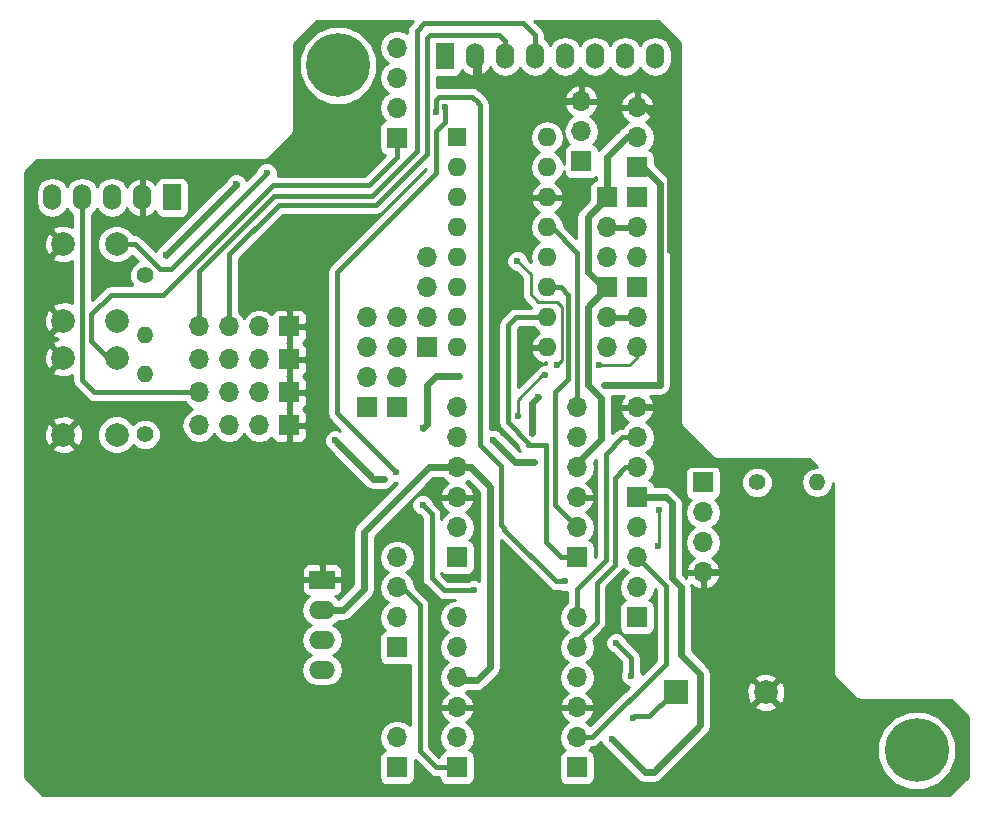
<source format=gbl>
G04 #@! TF.FileFunction,Copper,L2,Bot,Signal*
%FSLAX46Y46*%
G04 Gerber Fmt 4.6, Leading zero omitted, Abs format (unit mm)*
G04 Created by KiCad (PCBNEW 4.0.5) date 11/29/17 14:00:22*
%MOMM*%
%LPD*%
G01*
G04 APERTURE LIST*
%ADD10C,0.100000*%
%ADD11C,5.400000*%
%ADD12R,1.700000X1.700000*%
%ADD13O,1.700000X1.700000*%
%ADD14R,1.600000X1.600000*%
%ADD15O,1.600000X1.600000*%
%ADD16R,2.199640X1.524000*%
%ADD17O,2.199640X1.524000*%
%ADD18R,1.524000X2.199640*%
%ADD19O,1.524000X2.199640*%
%ADD20C,2.000000*%
%ADD21R,2.000000X2.000000*%
%ADD22C,1.400000*%
%ADD23O,1.400000X1.400000*%
%ADD24C,0.600000*%
%ADD25C,0.600000*%
%ADD26C,0.250000*%
%ADD27C,0.400000*%
%ADD28C,0.254000*%
G04 APERTURE END LIST*
D10*
D11*
X173540000Y-123000000D03*
D12*
X145135600Y-73152000D03*
D13*
X145135600Y-70612000D03*
X145135600Y-68072000D03*
D14*
X134620000Y-71120000D03*
D15*
X142240000Y-88900000D03*
X134620000Y-73660000D03*
X142240000Y-86360000D03*
X134620000Y-76200000D03*
X142240000Y-83820000D03*
X134620000Y-78740000D03*
X142240000Y-81280000D03*
X134620000Y-81280000D03*
X142240000Y-78740000D03*
X134620000Y-83820000D03*
X142240000Y-76200000D03*
X134620000Y-86360000D03*
X142240000Y-73660000D03*
X134620000Y-88900000D03*
X142240000Y-71120000D03*
D13*
X134620000Y-93980000D03*
X134620000Y-96520000D03*
X134620000Y-99060000D03*
X134620000Y-101600000D03*
X134620000Y-104140000D03*
D12*
X134620000Y-106680000D03*
X144780000Y-106680000D03*
D13*
X144780000Y-104140000D03*
X144780000Y-101600000D03*
X144780000Y-99060000D03*
X144780000Y-96520000D03*
X144780000Y-93980000D03*
X134620000Y-111760000D03*
X134620000Y-114300000D03*
X134620000Y-116840000D03*
X134620000Y-119380000D03*
X134620000Y-121920000D03*
D12*
X134620000Y-124460000D03*
X144780000Y-124460000D03*
D13*
X144780000Y-121920000D03*
X144780000Y-119380000D03*
X144780000Y-116840000D03*
X144780000Y-114300000D03*
X144780000Y-111760000D03*
D12*
X149860000Y-101600000D03*
D13*
X149860000Y-99060000D03*
X149860000Y-96520000D03*
X149860000Y-93980000D03*
D12*
X149860000Y-76200000D03*
D13*
X149860000Y-78740000D03*
X149860000Y-81280000D03*
D12*
X147320000Y-76200000D03*
D13*
X147320000Y-78740000D03*
X147320000Y-81280000D03*
D12*
X149860000Y-83820000D03*
D13*
X149860000Y-86360000D03*
X149860000Y-88900000D03*
D12*
X147320000Y-83820000D03*
D13*
X147320000Y-86360000D03*
X147320000Y-88900000D03*
D12*
X129540000Y-93980000D03*
D13*
X129540000Y-91440000D03*
X129540000Y-88900000D03*
X129540000Y-86360000D03*
D12*
X129540000Y-114300000D03*
D13*
X129540000Y-111760000D03*
X129540000Y-109220000D03*
X129540000Y-106680000D03*
D12*
X127000000Y-93980000D03*
D13*
X127000000Y-91440000D03*
X127000000Y-88900000D03*
X127000000Y-86360000D03*
D12*
X149860000Y-111760000D03*
D13*
X149860000Y-109220000D03*
X149860000Y-106680000D03*
X149860000Y-104140000D03*
D12*
X149860000Y-73660000D03*
D13*
X149860000Y-71120000D03*
X149860000Y-68580000D03*
D12*
X132080000Y-88900000D03*
D13*
X132080000Y-86360000D03*
X132080000Y-83820000D03*
X132080000Y-81280000D03*
D16*
X123190000Y-108585000D03*
D17*
X123190000Y-111125000D03*
X123190000Y-113665000D03*
X123190000Y-116205000D03*
D12*
X129540000Y-124460000D03*
D13*
X129540000Y-121920000D03*
D18*
X110490000Y-76200000D03*
D19*
X107950000Y-76200000D03*
X105410000Y-76200000D03*
X102870000Y-76200000D03*
X100330000Y-76200000D03*
D18*
X133604000Y-64262000D03*
D19*
X136144000Y-64262000D03*
X138684000Y-64262000D03*
X141224000Y-64262000D03*
X143764000Y-64262000D03*
X146304000Y-64262000D03*
X148844000Y-64262000D03*
X151384000Y-64262000D03*
D20*
X101291000Y-89789000D03*
X105791000Y-89789000D03*
X101291000Y-96289000D03*
X105791000Y-96289000D03*
X101291000Y-80137000D03*
X105791000Y-80137000D03*
X101291000Y-86637000D03*
X105791000Y-86637000D03*
D12*
X155448000Y-100330000D03*
D13*
X155448000Y-102870000D03*
X155448000Y-105410000D03*
X155448000Y-107950000D03*
D12*
X120396000Y-87122000D03*
D13*
X117856000Y-87122000D03*
X115316000Y-87122000D03*
X112776000Y-87122000D03*
D12*
X120396000Y-89916000D03*
D13*
X117856000Y-89916000D03*
X115316000Y-89916000D03*
X112776000Y-89916000D03*
D12*
X120396000Y-92710000D03*
D13*
X117856000Y-92710000D03*
X115316000Y-92710000D03*
X112776000Y-92710000D03*
D12*
X120396000Y-95504000D03*
D13*
X117856000Y-95504000D03*
X115316000Y-95504000D03*
X112776000Y-95504000D03*
D12*
X129540000Y-71125080D03*
D13*
X129540000Y-68585080D03*
X129540000Y-66045080D03*
X129540000Y-63505080D03*
D11*
X124540000Y-65000000D03*
D21*
X153162000Y-118110000D03*
D20*
X160762000Y-118110000D03*
D22*
X160020000Y-100330000D03*
D23*
X165100000Y-100330000D03*
D22*
X108204000Y-82804000D03*
D23*
X108204000Y-87884000D03*
D22*
X108204000Y-96266000D03*
D23*
X108204000Y-91186000D03*
D24*
X147828000Y-92075000D03*
X141478000Y-93091000D03*
X140970000Y-96139000D03*
X141152880Y-98602800D03*
X137632440Y-96702880D03*
X134762240Y-91328240D03*
X131749800Y-95707200D03*
X128397000Y-100015040D03*
X124282200Y-96774000D03*
X115925600Y-75102720D03*
X109956600Y-81092040D03*
X147701000Y-122047000D03*
X152665002Y-80645000D03*
X139730480Y-81584800D03*
X143052800Y-90357960D03*
X146639280Y-90388440D03*
X142082520Y-91257120D03*
X139811760Y-94716600D03*
X131699000Y-102235000D03*
X136017000Y-109474000D03*
X148082000Y-113919000D03*
X149352000Y-116713000D03*
X149479000Y-120269000D03*
X133604000Y-68580000D03*
X129413000Y-99441000D03*
X151749760Y-102656640D03*
X151627840Y-105704640D03*
X132842000Y-68961000D03*
X143764000Y-108712000D03*
X118491000Y-74168000D03*
D25*
X147066000Y-92075000D02*
X147828000Y-92075000D01*
X151765000Y-92075000D02*
X147066000Y-92075000D01*
X123190000Y-111125000D02*
X124968000Y-111125000D01*
X132207000Y-99060000D02*
X134620000Y-99060000D01*
X126746000Y-104521000D02*
X132207000Y-99060000D01*
X126746000Y-109347000D02*
X126746000Y-104521000D01*
X124968000Y-111125000D02*
X126746000Y-109347000D01*
X134620000Y-99060000D02*
X135763000Y-99060000D01*
X135763000Y-99060000D02*
X137414000Y-100711000D01*
X137414000Y-100711000D02*
X137414000Y-115951000D01*
X137414000Y-115951000D02*
X136271000Y-117094000D01*
X136271000Y-117094000D02*
X134874000Y-117094000D01*
X134874000Y-117094000D02*
X134620000Y-116840000D01*
X141478000Y-93091000D02*
X140970000Y-93599000D01*
X140970000Y-93599000D02*
X140970000Y-96139000D01*
X149860000Y-73660000D02*
X150368000Y-73660000D01*
X150368000Y-73660000D02*
X151765000Y-75057000D01*
X151765000Y-75057000D02*
X151765000Y-92075000D01*
X139532360Y-98602800D02*
X141152880Y-98602800D01*
X137632440Y-96702880D02*
X139532360Y-98602800D01*
X132857240Y-91328240D02*
X134762240Y-91328240D01*
X132095240Y-92090240D02*
X132857240Y-91328240D01*
X132095240Y-95361760D02*
X132095240Y-92090240D01*
X131749800Y-95707200D02*
X132095240Y-95361760D01*
X127523240Y-100015040D02*
X128397000Y-100015040D01*
X124282200Y-96774000D02*
X127523240Y-100015040D01*
X115925600Y-75123040D02*
X115925600Y-75102720D01*
X109956600Y-81092040D02*
X115925600Y-75123040D01*
X144780000Y-99060000D02*
X144780000Y-98679000D01*
X144780000Y-98679000D02*
X146812000Y-96647000D01*
X145669000Y-85471000D02*
X147320000Y-83820000D01*
X145669000Y-92075000D02*
X145669000Y-85471000D01*
X146812000Y-93218000D02*
X145669000Y-92075000D01*
X146812000Y-96647000D02*
X146812000Y-93218000D01*
X149860000Y-71120000D02*
X148971000Y-71120000D01*
X147320000Y-72771000D02*
X147320000Y-76200000D01*
X148971000Y-71120000D02*
X147320000Y-72771000D01*
X147320000Y-83820000D02*
X146977002Y-83820000D01*
X146977002Y-83820000D02*
X145669000Y-82511998D01*
X145669000Y-82511998D02*
X145669000Y-77851000D01*
X145669000Y-77851000D02*
X147320000Y-76200000D01*
X149860000Y-101600000D02*
X152273000Y-101600000D01*
X150495000Y-124841000D02*
X147701000Y-122047000D01*
X151257000Y-124841000D02*
X150495000Y-124841000D01*
X155194000Y-120904000D02*
X151257000Y-124841000D01*
X155194000Y-116586000D02*
X155194000Y-120904000D01*
X153543000Y-114935000D02*
X155194000Y-116586000D01*
X153543000Y-109220000D02*
X153543000Y-114935000D01*
X152781000Y-108458000D02*
X153543000Y-109220000D01*
X152781000Y-102108000D02*
X152781000Y-108458000D01*
X152273000Y-101600000D02*
X152781000Y-102108000D01*
X145135600Y-68072000D02*
X137668000Y-68072000D01*
X136398000Y-66802000D02*
X136398000Y-64516000D01*
X137668000Y-68072000D02*
X136398000Y-66802000D01*
X136398000Y-64516000D02*
X136144000Y-64262000D01*
X149860000Y-93980000D02*
X151765000Y-93980000D01*
X156845000Y-107950000D02*
X155448000Y-107950000D01*
X158432500Y-106362500D02*
X156845000Y-107950000D01*
X158432500Y-100076000D02*
X158432500Y-106362500D01*
X157099000Y-98742500D02*
X158432500Y-100076000D01*
X153225500Y-98742500D02*
X157099000Y-98742500D01*
X152844500Y-98361500D02*
X153225500Y-98742500D01*
X152844500Y-95059500D02*
X152844500Y-98361500D01*
X151765000Y-93980000D02*
X152844500Y-95059500D01*
X149860000Y-68580000D02*
X150622000Y-68580000D01*
X150622000Y-68580000D02*
X152665002Y-70623002D01*
X152665002Y-70623002D02*
X152665002Y-80645000D01*
D26*
X139730480Y-81584800D02*
X140848080Y-82702400D01*
X140848080Y-82702400D02*
X140848080Y-84383880D01*
X140848080Y-84383880D02*
X141513560Y-85049360D01*
X141513560Y-85049360D02*
X143045958Y-85049360D01*
X143045958Y-85049360D02*
X143474440Y-85477842D01*
X143474440Y-85477842D02*
X143474440Y-89936320D01*
X143474440Y-89936320D02*
X143052800Y-90357960D01*
X146639280Y-90388440D02*
X146654520Y-90403680D01*
X146654520Y-90403680D02*
X149214840Y-90403680D01*
X149214840Y-90403680D02*
X149860000Y-89758520D01*
X149860000Y-89758520D02*
X149860000Y-88900000D01*
X141853920Y-91257120D02*
X142082520Y-91257120D01*
X139766040Y-93345000D02*
X141853920Y-91257120D01*
X139766040Y-94670880D02*
X139766040Y-93345000D01*
X139811760Y-94716600D02*
X139766040Y-94670880D01*
D27*
X102870000Y-76200000D02*
X102870000Y-91694000D01*
X103886000Y-92710000D02*
X112776000Y-92710000D01*
X102870000Y-91694000D02*
X103886000Y-92710000D01*
X131191000Y-67437000D02*
X131191000Y-62103000D01*
X131191000Y-67437000D02*
X131191000Y-72263000D01*
X131191000Y-72263000D02*
X127381000Y-76073000D01*
X127381000Y-76073000D02*
X119126000Y-76073000D01*
X112776000Y-87122000D02*
X112776000Y-82423000D01*
X119126000Y-76073000D02*
X112776000Y-82423000D01*
X141224000Y-62484000D02*
X141224000Y-64262000D01*
X140208000Y-61468000D02*
X141224000Y-62484000D01*
X131826000Y-61468000D02*
X140208000Y-61468000D01*
X131191000Y-62103000D02*
X131826000Y-61468000D01*
X132080000Y-67818000D02*
X132080000Y-62738000D01*
X115316000Y-87122000D02*
X115316000Y-81026000D01*
X119507000Y-76835000D02*
X115316000Y-81026000D01*
X127762000Y-76835000D02*
X119507000Y-76835000D01*
X132080000Y-72517000D02*
X127762000Y-76835000D01*
X132080000Y-67818000D02*
X132080000Y-72517000D01*
X138684000Y-62992000D02*
X138684000Y-64262000D01*
X138176000Y-62484000D02*
X138684000Y-62992000D01*
X132334000Y-62484000D02*
X138176000Y-62484000D01*
X132080000Y-62738000D02*
X132334000Y-62484000D01*
X144780000Y-114300000D02*
X144780000Y-113792000D01*
X144780000Y-113792000D02*
X146431000Y-112141000D01*
X146431000Y-112141000D02*
X146431000Y-108839000D01*
X146431000Y-108839000D02*
X147955000Y-107315000D01*
X147955000Y-107315000D02*
X147955000Y-99949000D01*
X147955000Y-99949000D02*
X148844000Y-99060000D01*
X148844000Y-99060000D02*
X149860000Y-99060000D01*
X144780000Y-111760000D02*
X144780000Y-109347000D01*
X148590000Y-96520000D02*
X149860000Y-96520000D01*
X147193000Y-97917000D02*
X148590000Y-96520000D01*
X147193000Y-106934000D02*
X147193000Y-97917000D01*
X144780000Y-109347000D02*
X147193000Y-106934000D01*
X144780000Y-121920000D02*
X146050000Y-121920000D01*
X152273000Y-109093000D02*
X149860000Y-106680000D01*
X152273000Y-115697000D02*
X152273000Y-109093000D01*
X146050000Y-121920000D02*
X152273000Y-115697000D01*
X129540000Y-109220000D02*
X129921000Y-109220000D01*
X129921000Y-109220000D02*
X131445000Y-110744000D01*
X131445000Y-110744000D02*
X131445000Y-123063000D01*
X131445000Y-123063000D02*
X132842000Y-124460000D01*
X132842000Y-124460000D02*
X134620000Y-124460000D01*
X140649960Y-97155000D02*
X140649960Y-96951800D01*
X140589000Y-86360000D02*
X142240000Y-86360000D01*
X139593320Y-86360000D02*
X140589000Y-86360000D01*
X138928402Y-87024918D02*
X139593320Y-86360000D01*
X138928402Y-95230242D02*
X138928402Y-87024918D01*
X140649960Y-96951800D02*
X138928402Y-95230242D01*
X140589000Y-97155000D02*
X140649960Y-97155000D01*
X140649960Y-97155000D02*
X142113000Y-97155000D01*
X142113000Y-97155000D02*
X142113000Y-98044000D01*
X143383000Y-106680000D02*
X144780000Y-106680000D01*
X142113000Y-105410000D02*
X143383000Y-106680000D01*
X142113000Y-97155000D02*
X142113000Y-98044000D01*
X142113000Y-98044000D02*
X142113000Y-105410000D01*
X142240000Y-83820000D02*
X143383000Y-83820000D01*
X142875000Y-102235000D02*
X144780000Y-104140000D01*
X142875000Y-92710000D02*
X142875000Y-102235000D01*
X144018000Y-91567000D02*
X142875000Y-92710000D01*
X144018000Y-84455000D02*
X144018000Y-91567000D01*
X143383000Y-83820000D02*
X144018000Y-84455000D01*
X142240000Y-78740000D02*
X142621000Y-78740000D01*
X142621000Y-78740000D02*
X144780000Y-80899000D01*
X144780000Y-80899000D02*
X144780000Y-93980000D01*
X132842000Y-74168000D02*
X132842000Y-70612000D01*
X131699000Y-102235000D02*
X132461000Y-102997000D01*
X132461000Y-102997000D02*
X132461000Y-108458000D01*
X132461000Y-108458000D02*
X133477000Y-109474000D01*
X133477000Y-109474000D02*
X136017000Y-109474000D01*
X148082000Y-113919000D02*
X149352000Y-115189000D01*
X149352000Y-115189000D02*
X149352000Y-116713000D01*
X149479000Y-120269000D02*
X149606000Y-120142000D01*
X149606000Y-120142000D02*
X150876000Y-120142000D01*
X152781000Y-118237000D02*
X150876000Y-120142000D01*
X124460000Y-94488000D02*
X129413000Y-99441000D01*
X124460000Y-82550000D02*
X124460000Y-94488000D01*
X132842000Y-74168000D02*
X124460000Y-82550000D01*
X133604000Y-69850000D02*
X133604000Y-68580000D01*
X132842000Y-70612000D02*
X133604000Y-69850000D01*
D26*
X151749760Y-105582720D02*
X151749760Y-102656640D01*
X151627840Y-105704640D02*
X151749760Y-105582720D01*
D27*
X138328400Y-103898798D02*
X138328400Y-98907600D01*
X138607800Y-104178198D02*
X138328400Y-103898798D01*
X138607800Y-104317800D02*
X138607800Y-104178198D01*
X136372600Y-68188840D02*
X136372600Y-68153842D01*
X136550400Y-68366640D02*
X136372600Y-68188840D01*
X136550400Y-97129600D02*
X136550400Y-68366640D01*
X138328400Y-98907600D02*
X136550400Y-97129600D01*
X136372600Y-68153842D02*
X135874760Y-67656002D01*
X135874760Y-67656002D02*
X134712002Y-67656002D01*
X133130998Y-67656002D02*
X134712002Y-67656002D01*
X132842000Y-67945000D02*
X133130998Y-67656002D01*
X132842000Y-68961000D02*
X132842000Y-67945000D01*
X143002000Y-108712000D02*
X143764000Y-108712000D01*
X138557000Y-104267000D02*
X138607800Y-104317800D01*
X138607800Y-104317800D02*
X143002000Y-108712000D01*
X109728000Y-84455000D02*
X105283000Y-84455000D01*
X129540000Y-72771000D02*
X127127000Y-75184000D01*
X129540000Y-71120000D02*
X129540000Y-72771000D01*
X127127000Y-75184000D02*
X118999000Y-75184000D01*
X118999000Y-75184000D02*
X109728000Y-84455000D01*
X103632000Y-88392000D02*
X105029000Y-89789000D01*
X103632000Y-86106000D02*
X103632000Y-88392000D01*
X105283000Y-84455000D02*
X103632000Y-86106000D01*
X105029000Y-89789000D02*
X105791000Y-89789000D01*
X105791000Y-80137000D02*
X107315000Y-80137000D01*
X109453680Y-82275680D02*
X107315000Y-80137000D01*
X110383320Y-82275680D02*
X109453680Y-82275680D01*
X118491000Y-74168000D02*
X110383320Y-82275680D01*
D25*
X100330000Y-76200000D02*
X100330000Y-76962000D01*
D27*
X143637000Y-64262000D02*
X143637000Y-64643000D01*
X146177000Y-64262000D02*
X145923000Y-64262000D01*
D28*
G36*
X130600566Y-61512566D02*
X130419561Y-61783459D01*
X130356000Y-62103000D01*
X130356000Y-62279197D01*
X130137378Y-62133119D01*
X129569093Y-62020080D01*
X129510907Y-62020080D01*
X128942622Y-62133119D01*
X128460853Y-62455026D01*
X128138946Y-62936795D01*
X128025907Y-63505080D01*
X128138946Y-64073365D01*
X128460853Y-64555134D01*
X128790026Y-64775080D01*
X128460853Y-64995026D01*
X128138946Y-65476795D01*
X128025907Y-66045080D01*
X128138946Y-66613365D01*
X128460853Y-67095134D01*
X128790026Y-67315080D01*
X128460853Y-67535026D01*
X128138946Y-68016795D01*
X128025907Y-68585080D01*
X128138946Y-69153365D01*
X128460853Y-69635134D01*
X128502452Y-69662930D01*
X128454683Y-69671918D01*
X128238559Y-69810990D01*
X128093569Y-70023190D01*
X128042560Y-70275080D01*
X128042560Y-71975080D01*
X128086838Y-72210397D01*
X128225910Y-72426521D01*
X128438110Y-72571511D01*
X128538327Y-72591805D01*
X126781132Y-74349000D01*
X119425843Y-74349000D01*
X119426162Y-73982833D01*
X119284117Y-73639057D01*
X119021327Y-73375808D01*
X118677799Y-73233162D01*
X118305833Y-73232838D01*
X117962057Y-73374883D01*
X117698808Y-73637673D01*
X117598222Y-73879910D01*
X116772994Y-74705138D01*
X116718717Y-74573777D01*
X116455927Y-74310528D01*
X116112399Y-74167882D01*
X115740433Y-74167558D01*
X115396657Y-74309603D01*
X115133408Y-74572393D01*
X115118816Y-74607534D01*
X109295746Y-80430604D01*
X109164408Y-80561713D01*
X109092868Y-80734000D01*
X107905434Y-79546566D01*
X107852863Y-79511439D01*
X107634541Y-79365561D01*
X107315000Y-79302000D01*
X107215058Y-79302000D01*
X107177894Y-79212057D01*
X106718363Y-78751722D01*
X106117648Y-78502284D01*
X105467205Y-78501716D01*
X104866057Y-78750106D01*
X104405722Y-79209637D01*
X104156284Y-79810352D01*
X104155716Y-80460795D01*
X104404106Y-81061943D01*
X104863637Y-81522278D01*
X105464352Y-81771716D01*
X106114795Y-81772284D01*
X106715943Y-81523894D01*
X107118836Y-81121704D01*
X107604407Y-81607275D01*
X107448771Y-81671582D01*
X107072902Y-82046796D01*
X106869232Y-82537287D01*
X106868769Y-83068383D01*
X107071582Y-83559229D01*
X107132247Y-83620000D01*
X105283000Y-83620000D01*
X104963460Y-83683560D01*
X104692566Y-83864566D01*
X103705000Y-84852132D01*
X103705000Y-77661752D01*
X103857828Y-77559635D01*
X104140000Y-77137336D01*
X104422172Y-77559635D01*
X104875391Y-77862467D01*
X105410000Y-77968807D01*
X105944609Y-77862467D01*
X106397828Y-77559635D01*
X106688647Y-77124394D01*
X106707941Y-77189761D01*
X107051974Y-77615450D01*
X107532723Y-77877080D01*
X107606930Y-77892040D01*
X107823000Y-77769540D01*
X107823000Y-76327000D01*
X107803000Y-76327000D01*
X107803000Y-76073000D01*
X107823000Y-76073000D01*
X107823000Y-74630460D01*
X108077000Y-74630460D01*
X108077000Y-76073000D01*
X108097000Y-76073000D01*
X108097000Y-76327000D01*
X108077000Y-76327000D01*
X108077000Y-77769540D01*
X108293070Y-77892040D01*
X108367277Y-77877080D01*
X108848026Y-77615450D01*
X109084819Y-77322454D01*
X109124838Y-77535137D01*
X109263910Y-77751261D01*
X109476110Y-77896251D01*
X109728000Y-77947260D01*
X111252000Y-77947260D01*
X111487317Y-77902982D01*
X111703441Y-77763910D01*
X111848431Y-77551710D01*
X111899440Y-77299820D01*
X111899440Y-75100180D01*
X111855162Y-74864863D01*
X111716090Y-74648739D01*
X111503890Y-74503749D01*
X111252000Y-74452740D01*
X109728000Y-74452740D01*
X109492683Y-74497018D01*
X109276559Y-74636090D01*
X109131569Y-74848290D01*
X109085079Y-75077867D01*
X108848026Y-74784550D01*
X108367277Y-74522920D01*
X108293070Y-74507960D01*
X108077000Y-74630460D01*
X107823000Y-74630460D01*
X107606930Y-74507960D01*
X107532723Y-74522920D01*
X107051974Y-74784550D01*
X106707941Y-75210239D01*
X106688647Y-75275606D01*
X106397828Y-74840365D01*
X105944609Y-74537533D01*
X105410000Y-74431193D01*
X104875391Y-74537533D01*
X104422172Y-74840365D01*
X104140000Y-75262664D01*
X103857828Y-74840365D01*
X103404609Y-74537533D01*
X102870000Y-74431193D01*
X102335391Y-74537533D01*
X101882172Y-74840365D01*
X101600000Y-75262664D01*
X101317828Y-74840365D01*
X100864609Y-74537533D01*
X100330000Y-74431193D01*
X99795391Y-74537533D01*
X99342172Y-74840365D01*
X99039340Y-75293584D01*
X98933000Y-75828193D01*
X98933000Y-76571807D01*
X99039340Y-77106416D01*
X99342172Y-77559635D01*
X99795391Y-77862467D01*
X100330000Y-77968807D01*
X100864609Y-77862467D01*
X101317828Y-77559635D01*
X101600000Y-77137336D01*
X101882172Y-77559635D01*
X102035000Y-77661752D01*
X102035000Y-78669218D01*
X101555539Y-78491092D01*
X100905540Y-78515144D01*
X100416736Y-78717613D01*
X100318073Y-78984468D01*
X101291000Y-79957395D01*
X101305143Y-79943253D01*
X101484748Y-80122858D01*
X101470605Y-80137000D01*
X101484748Y-80151143D01*
X101305143Y-80330748D01*
X101291000Y-80316605D01*
X100318073Y-81289532D01*
X100416736Y-81556387D01*
X101026461Y-81782908D01*
X101676460Y-81758856D01*
X102035000Y-81610344D01*
X102035000Y-85169218D01*
X101555539Y-84991092D01*
X100905540Y-85015144D01*
X100416736Y-85217613D01*
X100318073Y-85484468D01*
X101291000Y-86457395D01*
X101305143Y-86443253D01*
X101484748Y-86622858D01*
X101470605Y-86637000D01*
X101484748Y-86651143D01*
X101305143Y-86830748D01*
X101291000Y-86816605D01*
X100318073Y-87789532D01*
X100416736Y-88056387D01*
X100815381Y-88204489D01*
X100416736Y-88369613D01*
X100318073Y-88636468D01*
X101291000Y-89609395D01*
X101305143Y-89595253D01*
X101484748Y-89774858D01*
X101470605Y-89789000D01*
X101484748Y-89803143D01*
X101305143Y-89982748D01*
X101291000Y-89968605D01*
X100318073Y-90941532D01*
X100416736Y-91208387D01*
X101026461Y-91434908D01*
X101676460Y-91410856D01*
X102035000Y-91262344D01*
X102035000Y-91694000D01*
X102098561Y-92013541D01*
X102263351Y-92260167D01*
X102279566Y-92284434D01*
X103295566Y-93300434D01*
X103566459Y-93481439D01*
X103886000Y-93545000D01*
X111562813Y-93545000D01*
X111725946Y-93789147D01*
X112201648Y-94107000D01*
X111725946Y-94424853D01*
X111404039Y-94906622D01*
X111291000Y-95474907D01*
X111291000Y-95533093D01*
X111404039Y-96101378D01*
X111725946Y-96583147D01*
X112207715Y-96905054D01*
X112776000Y-97018093D01*
X113344285Y-96905054D01*
X113826054Y-96583147D01*
X114046000Y-96253974D01*
X114265946Y-96583147D01*
X114747715Y-96905054D01*
X115316000Y-97018093D01*
X115884285Y-96905054D01*
X116366054Y-96583147D01*
X116586000Y-96253974D01*
X116805946Y-96583147D01*
X117287715Y-96905054D01*
X117856000Y-97018093D01*
X118424285Y-96905054D01*
X118906054Y-96583147D01*
X118935403Y-96539223D01*
X119007673Y-96713698D01*
X119186301Y-96892327D01*
X119419690Y-96989000D01*
X120110250Y-96989000D01*
X120269000Y-96830250D01*
X120269000Y-95631000D01*
X120523000Y-95631000D01*
X120523000Y-96830250D01*
X120681750Y-96989000D01*
X121372310Y-96989000D01*
X121605699Y-96892327D01*
X121784327Y-96713698D01*
X121881000Y-96480309D01*
X121881000Y-95789750D01*
X121722250Y-95631000D01*
X120523000Y-95631000D01*
X120269000Y-95631000D01*
X120249000Y-95631000D01*
X120249000Y-95377000D01*
X120269000Y-95377000D01*
X120269000Y-94177750D01*
X120198250Y-94107000D01*
X120269000Y-94036250D01*
X120269000Y-92837000D01*
X120523000Y-92837000D01*
X120523000Y-94036250D01*
X120593750Y-94107000D01*
X120523000Y-94177750D01*
X120523000Y-95377000D01*
X121722250Y-95377000D01*
X121881000Y-95218250D01*
X121881000Y-94527691D01*
X121784327Y-94294302D01*
X121605699Y-94115673D01*
X121584761Y-94107000D01*
X121605699Y-94098327D01*
X121784327Y-93919698D01*
X121881000Y-93686309D01*
X121881000Y-92995750D01*
X121722250Y-92837000D01*
X120523000Y-92837000D01*
X120269000Y-92837000D01*
X120249000Y-92837000D01*
X120249000Y-92583000D01*
X120269000Y-92583000D01*
X120269000Y-91383750D01*
X120198250Y-91313000D01*
X120269000Y-91242250D01*
X120269000Y-90043000D01*
X120523000Y-90043000D01*
X120523000Y-91242250D01*
X120593750Y-91313000D01*
X120523000Y-91383750D01*
X120523000Y-92583000D01*
X121722250Y-92583000D01*
X121881000Y-92424250D01*
X121881000Y-91733691D01*
X121784327Y-91500302D01*
X121605699Y-91321673D01*
X121584761Y-91313000D01*
X121605699Y-91304327D01*
X121784327Y-91125698D01*
X121881000Y-90892309D01*
X121881000Y-90201750D01*
X121722250Y-90043000D01*
X120523000Y-90043000D01*
X120269000Y-90043000D01*
X120249000Y-90043000D01*
X120249000Y-89789000D01*
X120269000Y-89789000D01*
X120269000Y-88589750D01*
X120198250Y-88519000D01*
X120269000Y-88448250D01*
X120269000Y-87249000D01*
X120523000Y-87249000D01*
X120523000Y-88448250D01*
X120593750Y-88519000D01*
X120523000Y-88589750D01*
X120523000Y-89789000D01*
X121722250Y-89789000D01*
X121881000Y-89630250D01*
X121881000Y-88939691D01*
X121784327Y-88706302D01*
X121605699Y-88527673D01*
X121584761Y-88519000D01*
X121605699Y-88510327D01*
X121784327Y-88331698D01*
X121881000Y-88098309D01*
X121881000Y-87407750D01*
X121722250Y-87249000D01*
X120523000Y-87249000D01*
X120269000Y-87249000D01*
X120249000Y-87249000D01*
X120249000Y-86995000D01*
X120269000Y-86995000D01*
X120269000Y-85795750D01*
X120523000Y-85795750D01*
X120523000Y-86995000D01*
X121722250Y-86995000D01*
X121881000Y-86836250D01*
X121881000Y-86145691D01*
X121784327Y-85912302D01*
X121605699Y-85733673D01*
X121372310Y-85637000D01*
X120681750Y-85637000D01*
X120523000Y-85795750D01*
X120269000Y-85795750D01*
X120110250Y-85637000D01*
X119419690Y-85637000D01*
X119186301Y-85733673D01*
X119007673Y-85912302D01*
X118935403Y-86086777D01*
X118906054Y-86042853D01*
X118424285Y-85720946D01*
X117856000Y-85607907D01*
X117287715Y-85720946D01*
X116805946Y-86042853D01*
X116586000Y-86372026D01*
X116366054Y-86042853D01*
X116151000Y-85899159D01*
X116151000Y-81371868D01*
X119852868Y-77670000D01*
X127762000Y-77670000D01*
X128081541Y-77606439D01*
X128352434Y-77425434D01*
X132007000Y-73770868D01*
X132007000Y-73822132D01*
X123869566Y-81959566D01*
X123688561Y-82230459D01*
X123625000Y-82550000D01*
X123625000Y-94488000D01*
X123688561Y-94807541D01*
X123869566Y-95078434D01*
X124744829Y-95953697D01*
X124468999Y-95839162D01*
X124097033Y-95838838D01*
X123753257Y-95980883D01*
X123490008Y-96243673D01*
X123347362Y-96587201D01*
X123347038Y-96959167D01*
X123489083Y-97302943D01*
X123751873Y-97566192D01*
X123752265Y-97566355D01*
X126862095Y-100676185D01*
X127165431Y-100878867D01*
X127523240Y-100950040D01*
X128396184Y-100950040D01*
X128582167Y-100950202D01*
X128925943Y-100808157D01*
X129189192Y-100545367D01*
X129259575Y-100375867D01*
X129568574Y-100376136D01*
X126084855Y-103859855D01*
X125882173Y-104163191D01*
X125811000Y-104521000D01*
X125811000Y-108959710D01*
X124583242Y-110187468D01*
X124549635Y-110137172D01*
X124317404Y-109982000D01*
X124416130Y-109982000D01*
X124649519Y-109885327D01*
X124828147Y-109706698D01*
X124924820Y-109473309D01*
X124924820Y-108870750D01*
X124766070Y-108712000D01*
X123317000Y-108712000D01*
X123317000Y-108732000D01*
X123063000Y-108732000D01*
X123063000Y-108712000D01*
X121613930Y-108712000D01*
X121455180Y-108870750D01*
X121455180Y-109473309D01*
X121551853Y-109706698D01*
X121730481Y-109885327D01*
X121963870Y-109982000D01*
X122062596Y-109982000D01*
X121830365Y-110137172D01*
X121527533Y-110590391D01*
X121421193Y-111125000D01*
X121527533Y-111659609D01*
X121830365Y-112112828D01*
X122252664Y-112395000D01*
X121830365Y-112677172D01*
X121527533Y-113130391D01*
X121421193Y-113665000D01*
X121527533Y-114199609D01*
X121830365Y-114652828D01*
X122252664Y-114935000D01*
X121830365Y-115217172D01*
X121527533Y-115670391D01*
X121421193Y-116205000D01*
X121527533Y-116739609D01*
X121830365Y-117192828D01*
X122283584Y-117495660D01*
X122818193Y-117602000D01*
X123561807Y-117602000D01*
X124096416Y-117495660D01*
X124549635Y-117192828D01*
X124852467Y-116739609D01*
X124958807Y-116205000D01*
X124852467Y-115670391D01*
X124549635Y-115217172D01*
X124127336Y-114935000D01*
X124549635Y-114652828D01*
X124852467Y-114199609D01*
X124958807Y-113665000D01*
X124852467Y-113130391D01*
X124549635Y-112677172D01*
X124127336Y-112395000D01*
X124549635Y-112112828D01*
X124584934Y-112060000D01*
X124968000Y-112060000D01*
X125325809Y-111988827D01*
X125629145Y-111786145D01*
X127407145Y-110008145D01*
X127609827Y-109704809D01*
X127681000Y-109347000D01*
X127681000Y-106680000D01*
X128025907Y-106680000D01*
X128138946Y-107248285D01*
X128460853Y-107730054D01*
X128790026Y-107950000D01*
X128460853Y-108169946D01*
X128138946Y-108651715D01*
X128025907Y-109220000D01*
X128138946Y-109788285D01*
X128460853Y-110270054D01*
X128790026Y-110490000D01*
X128460853Y-110709946D01*
X128138946Y-111191715D01*
X128025907Y-111760000D01*
X128138946Y-112328285D01*
X128460853Y-112810054D01*
X128502452Y-112837850D01*
X128454683Y-112846838D01*
X128238559Y-112985910D01*
X128093569Y-113198110D01*
X128042560Y-113450000D01*
X128042560Y-115150000D01*
X128086838Y-115385317D01*
X128225910Y-115601441D01*
X128438110Y-115746431D01*
X128690000Y-115797440D01*
X130390000Y-115797440D01*
X130610000Y-115756044D01*
X130610000Y-120863834D01*
X130137378Y-120548039D01*
X129569093Y-120435000D01*
X129510907Y-120435000D01*
X128942622Y-120548039D01*
X128460853Y-120869946D01*
X128138946Y-121351715D01*
X128025907Y-121920000D01*
X128138946Y-122488285D01*
X128460853Y-122970054D01*
X128502452Y-122997850D01*
X128454683Y-123006838D01*
X128238559Y-123145910D01*
X128093569Y-123358110D01*
X128042560Y-123610000D01*
X128042560Y-125310000D01*
X128086838Y-125545317D01*
X128225910Y-125761441D01*
X128438110Y-125906431D01*
X128690000Y-125957440D01*
X130390000Y-125957440D01*
X130625317Y-125913162D01*
X130841441Y-125774090D01*
X130986431Y-125561890D01*
X131037440Y-125310000D01*
X131037440Y-123836308D01*
X132251566Y-125050434D01*
X132522459Y-125231439D01*
X132842000Y-125295000D01*
X133122560Y-125295000D01*
X133122560Y-125310000D01*
X133166838Y-125545317D01*
X133305910Y-125761441D01*
X133518110Y-125906431D01*
X133770000Y-125957440D01*
X135470000Y-125957440D01*
X135705317Y-125913162D01*
X135921441Y-125774090D01*
X136066431Y-125561890D01*
X136117440Y-125310000D01*
X136117440Y-123610000D01*
X136073162Y-123374683D01*
X135934090Y-123158559D01*
X135721890Y-123013569D01*
X135654459Y-122999914D01*
X135699147Y-122970054D01*
X136021054Y-122488285D01*
X136134093Y-121920000D01*
X136021054Y-121351715D01*
X135699147Y-120869946D01*
X135358447Y-120642298D01*
X135501358Y-120575183D01*
X135891645Y-120146924D01*
X136061476Y-119736890D01*
X135940155Y-119507000D01*
X134747000Y-119507000D01*
X134747000Y-119527000D01*
X134493000Y-119527000D01*
X134493000Y-119507000D01*
X133299845Y-119507000D01*
X133178524Y-119736890D01*
X133348355Y-120146924D01*
X133738642Y-120575183D01*
X133881553Y-120642298D01*
X133540853Y-120869946D01*
X133218946Y-121351715D01*
X133105907Y-121920000D01*
X133218946Y-122488285D01*
X133540853Y-122970054D01*
X133582452Y-122997850D01*
X133534683Y-123006838D01*
X133318559Y-123145910D01*
X133173569Y-123358110D01*
X133131032Y-123568164D01*
X132280000Y-122717132D01*
X132280000Y-110744000D01*
X132216439Y-110424459D01*
X132035434Y-110153566D01*
X131042230Y-109160362D01*
X130941054Y-108651715D01*
X130619147Y-108169946D01*
X130289974Y-107950000D01*
X130619147Y-107730054D01*
X130941054Y-107248285D01*
X131054093Y-106680000D01*
X130941054Y-106111715D01*
X130619147Y-105629946D01*
X130137378Y-105308039D01*
X129569093Y-105195000D01*
X129510907Y-105195000D01*
X128942622Y-105308039D01*
X128460853Y-105629946D01*
X128138946Y-106111715D01*
X128025907Y-106680000D01*
X127681000Y-106680000D01*
X127681000Y-104908290D01*
X132594290Y-99995000D01*
X133463977Y-99995000D01*
X133540853Y-100110054D01*
X133881553Y-100337702D01*
X133738642Y-100404817D01*
X133348355Y-100833076D01*
X133178524Y-101243110D01*
X133299845Y-101473000D01*
X134493000Y-101473000D01*
X134493000Y-101453000D01*
X134747000Y-101453000D01*
X134747000Y-101473000D01*
X135940155Y-101473000D01*
X136061476Y-101243110D01*
X135891645Y-100833076D01*
X135501358Y-100404817D01*
X135358447Y-100337702D01*
X135574230Y-100193520D01*
X136479000Y-101098290D01*
X136479000Y-108653436D01*
X136203799Y-108539162D01*
X135831833Y-108538838D01*
X135589422Y-108639000D01*
X133822868Y-108639000D01*
X133296000Y-108112132D01*
X133296000Y-107966040D01*
X133305910Y-107981441D01*
X133518110Y-108126431D01*
X133770000Y-108177440D01*
X135470000Y-108177440D01*
X135705317Y-108133162D01*
X135921441Y-107994090D01*
X136066431Y-107781890D01*
X136117440Y-107530000D01*
X136117440Y-105830000D01*
X136073162Y-105594683D01*
X135934090Y-105378559D01*
X135721890Y-105233569D01*
X135654459Y-105219914D01*
X135699147Y-105190054D01*
X136021054Y-104708285D01*
X136134093Y-104140000D01*
X136021054Y-103571715D01*
X135699147Y-103089946D01*
X135358447Y-102862298D01*
X135501358Y-102795183D01*
X135891645Y-102366924D01*
X136061476Y-101956890D01*
X135940155Y-101727000D01*
X134747000Y-101727000D01*
X134747000Y-101747000D01*
X134493000Y-101747000D01*
X134493000Y-101727000D01*
X133299845Y-101727000D01*
X133178524Y-101956890D01*
X133348355Y-102366924D01*
X133738642Y-102795183D01*
X133881553Y-102862298D01*
X133540853Y-103089946D01*
X133296000Y-103456395D01*
X133296000Y-102997000D01*
X133265130Y-102841807D01*
X133232440Y-102677460D01*
X133051434Y-102406566D01*
X132591535Y-101946667D01*
X132492117Y-101706057D01*
X132229327Y-101442808D01*
X131885799Y-101300162D01*
X131513833Y-101299838D01*
X131170057Y-101441883D01*
X130906808Y-101704673D01*
X130764162Y-102048201D01*
X130763838Y-102420167D01*
X130905883Y-102763943D01*
X131168673Y-103027192D01*
X131410910Y-103127778D01*
X131626000Y-103342868D01*
X131626000Y-108458000D01*
X131689561Y-108777541D01*
X131771693Y-108900460D01*
X131870566Y-109048434D01*
X132886566Y-110064434D01*
X133157459Y-110245439D01*
X133477000Y-110309000D01*
X134419978Y-110309000D01*
X134022622Y-110388039D01*
X133540853Y-110709946D01*
X133218946Y-111191715D01*
X133105907Y-111760000D01*
X133218946Y-112328285D01*
X133540853Y-112810054D01*
X133870026Y-113030000D01*
X133540853Y-113249946D01*
X133218946Y-113731715D01*
X133105907Y-114300000D01*
X133218946Y-114868285D01*
X133540853Y-115350054D01*
X133870026Y-115570000D01*
X133540853Y-115789946D01*
X133218946Y-116271715D01*
X133105907Y-116840000D01*
X133218946Y-117408285D01*
X133540853Y-117890054D01*
X133881553Y-118117702D01*
X133738642Y-118184817D01*
X133348355Y-118613076D01*
X133178524Y-119023110D01*
X133299845Y-119253000D01*
X134493000Y-119253000D01*
X134493000Y-119233000D01*
X134747000Y-119233000D01*
X134747000Y-119253000D01*
X135940155Y-119253000D01*
X136061476Y-119023110D01*
X135891645Y-118613076D01*
X135501358Y-118184817D01*
X135358447Y-118117702D01*
X135491199Y-118029000D01*
X136271000Y-118029000D01*
X136628809Y-117957827D01*
X136932145Y-117755145D01*
X138075145Y-116612145D01*
X138277827Y-116308809D01*
X138349000Y-115951000D01*
X138349000Y-105239868D01*
X142411566Y-109302434D01*
X142682459Y-109483439D01*
X143002000Y-109547000D01*
X143336766Y-109547000D01*
X143577201Y-109646838D01*
X143945000Y-109647158D01*
X143945000Y-110546813D01*
X143700853Y-110709946D01*
X143378946Y-111191715D01*
X143265907Y-111760000D01*
X143378946Y-112328285D01*
X143700853Y-112810054D01*
X144030026Y-113030000D01*
X143700853Y-113249946D01*
X143378946Y-113731715D01*
X143265907Y-114300000D01*
X143378946Y-114868285D01*
X143700853Y-115350054D01*
X144030026Y-115570000D01*
X143700853Y-115789946D01*
X143378946Y-116271715D01*
X143265907Y-116840000D01*
X143378946Y-117408285D01*
X143700853Y-117890054D01*
X144041553Y-118117702D01*
X143898642Y-118184817D01*
X143508355Y-118613076D01*
X143338524Y-119023110D01*
X143459845Y-119253000D01*
X144653000Y-119253000D01*
X144653000Y-119233000D01*
X144907000Y-119233000D01*
X144907000Y-119253000D01*
X146100155Y-119253000D01*
X146221476Y-119023110D01*
X146051645Y-118613076D01*
X145661358Y-118184817D01*
X145518447Y-118117702D01*
X145859147Y-117890054D01*
X146181054Y-117408285D01*
X146294093Y-116840000D01*
X146181054Y-116271715D01*
X145859147Y-115789946D01*
X145529974Y-115570000D01*
X145859147Y-115350054D01*
X146181054Y-114868285D01*
X146294093Y-114300000D01*
X146181054Y-113731715D01*
X146117007Y-113635861D01*
X147021434Y-112731434D01*
X147202440Y-112460540D01*
X147266000Y-112141000D01*
X147266000Y-109184868D01*
X148545434Y-107905434D01*
X148583784Y-107848039D01*
X148721736Y-107641579D01*
X148780853Y-107730054D01*
X149110026Y-107950000D01*
X148780853Y-108169946D01*
X148458946Y-108651715D01*
X148345907Y-109220000D01*
X148458946Y-109788285D01*
X148780853Y-110270054D01*
X148822452Y-110297850D01*
X148774683Y-110306838D01*
X148558559Y-110445910D01*
X148413569Y-110658110D01*
X148362560Y-110910000D01*
X148362560Y-112610000D01*
X148406838Y-112845317D01*
X148545910Y-113061441D01*
X148758110Y-113206431D01*
X149010000Y-113257440D01*
X150710000Y-113257440D01*
X150945317Y-113213162D01*
X151161441Y-113074090D01*
X151306431Y-112861890D01*
X151357440Y-112610000D01*
X151357440Y-110910000D01*
X151313162Y-110674683D01*
X151174090Y-110458559D01*
X150961890Y-110313569D01*
X150894459Y-110299914D01*
X150939147Y-110270054D01*
X151261054Y-109788285D01*
X151348383Y-109349251D01*
X151438000Y-109438868D01*
X151438000Y-115351132D01*
X150279600Y-116509532D01*
X150187000Y-116285422D01*
X150187000Y-115189000D01*
X150123439Y-114869459D01*
X149942434Y-114598566D01*
X148974535Y-113630667D01*
X148875117Y-113390057D01*
X148612327Y-113126808D01*
X148268799Y-112984162D01*
X147896833Y-112983838D01*
X147553057Y-113125883D01*
X147289808Y-113388673D01*
X147147162Y-113732201D01*
X147146838Y-114104167D01*
X147288883Y-114447943D01*
X147551673Y-114711192D01*
X147793910Y-114811778D01*
X148517000Y-115534868D01*
X148517000Y-116285766D01*
X148417162Y-116526201D01*
X148416838Y-116898167D01*
X148558883Y-117241943D01*
X148821673Y-117505192D01*
X149148308Y-117640824D01*
X145883195Y-120905937D01*
X145859147Y-120869946D01*
X145518447Y-120642298D01*
X145661358Y-120575183D01*
X146051645Y-120146924D01*
X146221476Y-119736890D01*
X146100155Y-119507000D01*
X144907000Y-119507000D01*
X144907000Y-119527000D01*
X144653000Y-119527000D01*
X144653000Y-119507000D01*
X143459845Y-119507000D01*
X143338524Y-119736890D01*
X143508355Y-120146924D01*
X143898642Y-120575183D01*
X144041553Y-120642298D01*
X143700853Y-120869946D01*
X143378946Y-121351715D01*
X143265907Y-121920000D01*
X143378946Y-122488285D01*
X143700853Y-122970054D01*
X143742452Y-122997850D01*
X143694683Y-123006838D01*
X143478559Y-123145910D01*
X143333569Y-123358110D01*
X143282560Y-123610000D01*
X143282560Y-125310000D01*
X143326838Y-125545317D01*
X143465910Y-125761441D01*
X143678110Y-125906431D01*
X143930000Y-125957440D01*
X145630000Y-125957440D01*
X145865317Y-125913162D01*
X146081441Y-125774090D01*
X146226431Y-125561890D01*
X146277440Y-125310000D01*
X146277440Y-123610000D01*
X146233162Y-123374683D01*
X146094090Y-123158559D01*
X145881890Y-123013569D01*
X145814459Y-122999914D01*
X145859147Y-122970054D01*
X146002841Y-122755000D01*
X146050000Y-122755000D01*
X146369541Y-122691439D01*
X146640434Y-122510434D01*
X146810532Y-122340336D01*
X146907883Y-122575943D01*
X147170673Y-122839192D01*
X147171065Y-122839355D01*
X149833855Y-125502145D01*
X150137191Y-125704827D01*
X150495000Y-125776000D01*
X151257000Y-125776000D01*
X151614809Y-125704827D01*
X151918145Y-125502145D01*
X153759828Y-123660462D01*
X170204422Y-123660462D01*
X170711076Y-124886658D01*
X171648407Y-125825627D01*
X172873717Y-126334420D01*
X174200462Y-126335578D01*
X175426658Y-125828924D01*
X176365627Y-124891593D01*
X176874420Y-123666283D01*
X176875578Y-122339538D01*
X176368924Y-121113342D01*
X175431593Y-120174373D01*
X174206283Y-119665580D01*
X172879538Y-119664422D01*
X171653342Y-120171076D01*
X170714373Y-121108407D01*
X170205580Y-122333717D01*
X170204422Y-123660462D01*
X153759828Y-123660462D01*
X155855145Y-121565145D01*
X156057827Y-121261809D01*
X156129000Y-120904000D01*
X156129000Y-119262532D01*
X159789073Y-119262532D01*
X159887736Y-119529387D01*
X160497461Y-119755908D01*
X161147460Y-119731856D01*
X161636264Y-119529387D01*
X161734927Y-119262532D01*
X160762000Y-118289605D01*
X159789073Y-119262532D01*
X156129000Y-119262532D01*
X156129000Y-117845461D01*
X159116092Y-117845461D01*
X159140144Y-118495460D01*
X159342613Y-118984264D01*
X159609468Y-119082927D01*
X160582395Y-118110000D01*
X160941605Y-118110000D01*
X161914532Y-119082927D01*
X162181387Y-118984264D01*
X162407908Y-118374539D01*
X162383856Y-117724540D01*
X162181387Y-117235736D01*
X161914532Y-117137073D01*
X160941605Y-118110000D01*
X160582395Y-118110000D01*
X159609468Y-117137073D01*
X159342613Y-117235736D01*
X159116092Y-117845461D01*
X156129000Y-117845461D01*
X156129000Y-116957468D01*
X159789073Y-116957468D01*
X160762000Y-117930395D01*
X161734927Y-116957468D01*
X161636264Y-116690613D01*
X161026539Y-116464092D01*
X160376540Y-116488144D01*
X159887736Y-116690613D01*
X159789073Y-116957468D01*
X156129000Y-116957468D01*
X156129000Y-116586005D01*
X156129001Y-116586000D01*
X156069611Y-116287434D01*
X156057827Y-116228191D01*
X155855145Y-115924855D01*
X154478000Y-114547710D01*
X154478000Y-109220000D01*
X154434213Y-108999870D01*
X154566642Y-109145183D01*
X155091108Y-109391486D01*
X155321000Y-109270819D01*
X155321000Y-108077000D01*
X155575000Y-108077000D01*
X155575000Y-109270819D01*
X155804892Y-109391486D01*
X156329358Y-109145183D01*
X156719645Y-108716924D01*
X156889476Y-108306890D01*
X156768155Y-108077000D01*
X155575000Y-108077000D01*
X155321000Y-108077000D01*
X154127845Y-108077000D01*
X154006524Y-108306890D01*
X154044947Y-108399657D01*
X153716000Y-108070710D01*
X153716000Y-102870000D01*
X153933907Y-102870000D01*
X154046946Y-103438285D01*
X154368853Y-103920054D01*
X154698026Y-104140000D01*
X154368853Y-104359946D01*
X154046946Y-104841715D01*
X153933907Y-105410000D01*
X154046946Y-105978285D01*
X154368853Y-106460054D01*
X154709553Y-106687702D01*
X154566642Y-106754817D01*
X154176355Y-107183076D01*
X154006524Y-107593110D01*
X154127845Y-107823000D01*
X155321000Y-107823000D01*
X155321000Y-107803000D01*
X155575000Y-107803000D01*
X155575000Y-107823000D01*
X156768155Y-107823000D01*
X156889476Y-107593110D01*
X156719645Y-107183076D01*
X156329358Y-106754817D01*
X156186447Y-106687702D01*
X156527147Y-106460054D01*
X156849054Y-105978285D01*
X156962093Y-105410000D01*
X156849054Y-104841715D01*
X156527147Y-104359946D01*
X156197974Y-104140000D01*
X156527147Y-103920054D01*
X156849054Y-103438285D01*
X156962093Y-102870000D01*
X156849054Y-102301715D01*
X156527147Y-101819946D01*
X156485548Y-101792150D01*
X156533317Y-101783162D01*
X156749441Y-101644090D01*
X156894431Y-101431890D01*
X156945440Y-101180000D01*
X156945440Y-100594383D01*
X158684769Y-100594383D01*
X158887582Y-101085229D01*
X159262796Y-101461098D01*
X159753287Y-101664768D01*
X160284383Y-101665231D01*
X160775229Y-101462418D01*
X161151098Y-101087204D01*
X161354768Y-100596713D01*
X161355231Y-100065617D01*
X161152418Y-99574771D01*
X160777204Y-99198902D01*
X160286713Y-98995232D01*
X159755617Y-98994769D01*
X159264771Y-99197582D01*
X158888902Y-99572796D01*
X158685232Y-100063287D01*
X158684769Y-100594383D01*
X156945440Y-100594383D01*
X156945440Y-99480000D01*
X156901162Y-99244683D01*
X156762090Y-99028559D01*
X156549890Y-98883569D01*
X156298000Y-98832560D01*
X154598000Y-98832560D01*
X154362683Y-98876838D01*
X154146559Y-99015910D01*
X154001569Y-99228110D01*
X153950560Y-99480000D01*
X153950560Y-101180000D01*
X153994838Y-101415317D01*
X154133910Y-101631441D01*
X154346110Y-101776431D01*
X154413541Y-101790086D01*
X154368853Y-101819946D01*
X154046946Y-102301715D01*
X153933907Y-102870000D01*
X153716000Y-102870000D01*
X153716000Y-102108000D01*
X153644827Y-101750191D01*
X153442145Y-101446855D01*
X153442142Y-101446853D01*
X152934145Y-100938855D01*
X152630809Y-100736173D01*
X152273000Y-100665000D01*
X151341446Y-100665000D01*
X151313162Y-100514683D01*
X151174090Y-100298559D01*
X150961890Y-100153569D01*
X150894459Y-100139914D01*
X150939147Y-100110054D01*
X151261054Y-99628285D01*
X151374093Y-99060000D01*
X151261054Y-98491715D01*
X150939147Y-98009946D01*
X150609974Y-97790000D01*
X150939147Y-97570054D01*
X151261054Y-97088285D01*
X151374093Y-96520000D01*
X151261054Y-95951715D01*
X150939147Y-95469946D01*
X150598447Y-95242298D01*
X150741358Y-95175183D01*
X151131645Y-94746924D01*
X151301476Y-94336890D01*
X151180155Y-94107000D01*
X149987000Y-94107000D01*
X149987000Y-94127000D01*
X149733000Y-94127000D01*
X149733000Y-94107000D01*
X148539845Y-94107000D01*
X148418524Y-94336890D01*
X148588355Y-94746924D01*
X148978642Y-95175183D01*
X149121553Y-95242298D01*
X148780853Y-95469946D01*
X148637159Y-95685000D01*
X148590000Y-95685000D01*
X148270459Y-95748561D01*
X148055238Y-95892367D01*
X147999566Y-95929566D01*
X147747000Y-96182132D01*
X147747000Y-93218000D01*
X147705626Y-93010000D01*
X147827184Y-93010000D01*
X148013167Y-93010162D01*
X148013559Y-93010000D01*
X148773425Y-93010000D01*
X148588355Y-93213076D01*
X148418524Y-93623110D01*
X148539845Y-93853000D01*
X149733000Y-93853000D01*
X149733000Y-93833000D01*
X149987000Y-93833000D01*
X149987000Y-93853000D01*
X151180155Y-93853000D01*
X151301476Y-93623110D01*
X151131645Y-93213076D01*
X150946575Y-93010000D01*
X151765000Y-93010000D01*
X152122809Y-92938827D01*
X152426145Y-92736145D01*
X152628827Y-92432809D01*
X152700000Y-92075000D01*
X152700000Y-75057000D01*
X152628827Y-74699191D01*
X152426145Y-74395855D01*
X151357440Y-73327150D01*
X151357440Y-72810000D01*
X151313162Y-72574683D01*
X151174090Y-72358559D01*
X150961890Y-72213569D01*
X150894459Y-72199914D01*
X150939147Y-72170054D01*
X151261054Y-71688285D01*
X151374093Y-71120000D01*
X151261054Y-70551715D01*
X150939147Y-70069946D01*
X150598447Y-69842298D01*
X150741358Y-69775183D01*
X151131645Y-69346924D01*
X151301476Y-68936890D01*
X151180155Y-68707000D01*
X149987000Y-68707000D01*
X149987000Y-68727000D01*
X149733000Y-68727000D01*
X149733000Y-68707000D01*
X148539845Y-68707000D01*
X148418524Y-68936890D01*
X148588355Y-69346924D01*
X148978642Y-69775183D01*
X149121553Y-69842298D01*
X148780853Y-70069946D01*
X148663047Y-70246256D01*
X148613191Y-70256173D01*
X148337424Y-70440434D01*
X148309855Y-70458855D01*
X146658855Y-72109855D01*
X146610502Y-72182221D01*
X146588762Y-72066683D01*
X146449690Y-71850559D01*
X146237490Y-71705569D01*
X146170059Y-71691914D01*
X146214747Y-71662054D01*
X146536654Y-71180285D01*
X146649693Y-70612000D01*
X146536654Y-70043715D01*
X146214747Y-69561946D01*
X145874047Y-69334298D01*
X146016958Y-69267183D01*
X146407245Y-68838924D01*
X146577076Y-68428890D01*
X146468479Y-68223110D01*
X148418524Y-68223110D01*
X148539845Y-68453000D01*
X149733000Y-68453000D01*
X149733000Y-67259181D01*
X149987000Y-67259181D01*
X149987000Y-68453000D01*
X151180155Y-68453000D01*
X151301476Y-68223110D01*
X151131645Y-67813076D01*
X150741358Y-67384817D01*
X150216892Y-67138514D01*
X149987000Y-67259181D01*
X149733000Y-67259181D01*
X149503108Y-67138514D01*
X148978642Y-67384817D01*
X148588355Y-67813076D01*
X148418524Y-68223110D01*
X146468479Y-68223110D01*
X146455755Y-68199000D01*
X145262600Y-68199000D01*
X145262600Y-68219000D01*
X145008600Y-68219000D01*
X145008600Y-68199000D01*
X143815445Y-68199000D01*
X143694124Y-68428890D01*
X143863955Y-68838924D01*
X144254242Y-69267183D01*
X144397153Y-69334298D01*
X144056453Y-69561946D01*
X143734546Y-70043715D01*
X143621507Y-70612000D01*
X143734546Y-71180285D01*
X144056453Y-71662054D01*
X144098052Y-71689850D01*
X144050283Y-71698838D01*
X143834159Y-71837910D01*
X143689169Y-72050110D01*
X143638160Y-72302000D01*
X143638160Y-73333459D01*
X143593880Y-73110849D01*
X143282811Y-72645302D01*
X142900725Y-72390000D01*
X143282811Y-72134698D01*
X143593880Y-71669151D01*
X143703113Y-71120000D01*
X143593880Y-70570849D01*
X143282811Y-70105302D01*
X142817264Y-69794233D01*
X142268113Y-69685000D01*
X142211887Y-69685000D01*
X141662736Y-69794233D01*
X141197189Y-70105302D01*
X140886120Y-70570849D01*
X140776887Y-71120000D01*
X140886120Y-71669151D01*
X141197189Y-72134698D01*
X141579275Y-72390000D01*
X141197189Y-72645302D01*
X140886120Y-73110849D01*
X140776887Y-73660000D01*
X140886120Y-74209151D01*
X141197189Y-74674698D01*
X141601703Y-74944986D01*
X141384866Y-75047611D01*
X141008959Y-75462577D01*
X140848096Y-75850961D01*
X140970085Y-76073000D01*
X142113000Y-76073000D01*
X142113000Y-76053000D01*
X142367000Y-76053000D01*
X142367000Y-76073000D01*
X143509915Y-76073000D01*
X143631904Y-75850961D01*
X143471041Y-75462577D01*
X143095134Y-75047611D01*
X142878297Y-74944986D01*
X143282811Y-74674698D01*
X143593880Y-74209151D01*
X143638160Y-73986541D01*
X143638160Y-74002000D01*
X143682438Y-74237317D01*
X143821510Y-74453441D01*
X144033710Y-74598431D01*
X144285600Y-74649440D01*
X145985600Y-74649440D01*
X146220917Y-74605162D01*
X146385000Y-74499577D01*
X146385000Y-74718554D01*
X146234683Y-74746838D01*
X146018559Y-74885910D01*
X145873569Y-75098110D01*
X145822560Y-75350000D01*
X145822560Y-76375150D01*
X145007855Y-77189855D01*
X144805173Y-77493191D01*
X144734000Y-77851000D01*
X144734000Y-79672132D01*
X143678592Y-78616724D01*
X143593880Y-78190849D01*
X143282811Y-77725302D01*
X142878297Y-77455014D01*
X143095134Y-77352389D01*
X143471041Y-76937423D01*
X143631904Y-76549039D01*
X143509915Y-76327000D01*
X142367000Y-76327000D01*
X142367000Y-76347000D01*
X142113000Y-76347000D01*
X142113000Y-76327000D01*
X140970085Y-76327000D01*
X140848096Y-76549039D01*
X141008959Y-76937423D01*
X141384866Y-77352389D01*
X141601703Y-77455014D01*
X141197189Y-77725302D01*
X140886120Y-78190849D01*
X140776887Y-78740000D01*
X140886120Y-79289151D01*
X141197189Y-79754698D01*
X141579275Y-80010000D01*
X141197189Y-80265302D01*
X140886120Y-80730849D01*
X140776887Y-81280000D01*
X140845519Y-81625037D01*
X140665602Y-81445120D01*
X140665642Y-81399633D01*
X140523597Y-81055857D01*
X140260807Y-80792608D01*
X139917279Y-80649962D01*
X139545313Y-80649638D01*
X139201537Y-80791683D01*
X138938288Y-81054473D01*
X138795642Y-81398001D01*
X138795318Y-81769967D01*
X138937363Y-82113743D01*
X139200153Y-82376992D01*
X139543681Y-82519638D01*
X139590557Y-82519679D01*
X140088080Y-83017202D01*
X140088080Y-84383880D01*
X140145932Y-84674719D01*
X140310679Y-84921281D01*
X140914398Y-85525000D01*
X139593320Y-85525000D01*
X139273779Y-85588561D01*
X139002886Y-85769566D01*
X138337968Y-86434484D01*
X138156963Y-86705377D01*
X138093402Y-87024918D01*
X138093402Y-95230242D01*
X138156963Y-95549783D01*
X138289782Y-95748561D01*
X138337968Y-95820676D01*
X139774288Y-97256996D01*
X139817561Y-97474541D01*
X139946693Y-97667800D01*
X139919650Y-97667800D01*
X138293876Y-96042026D01*
X138162767Y-95910688D01*
X137819239Y-95768042D01*
X137447273Y-95767718D01*
X137385400Y-95793283D01*
X137385400Y-68366640D01*
X137321839Y-68047099D01*
X137140834Y-67776206D01*
X137079738Y-67715110D01*
X143694124Y-67715110D01*
X143815445Y-67945000D01*
X145008600Y-67945000D01*
X145008600Y-66751181D01*
X145262600Y-66751181D01*
X145262600Y-67945000D01*
X146455755Y-67945000D01*
X146577076Y-67715110D01*
X146407245Y-67305076D01*
X146016958Y-66876817D01*
X145492492Y-66630514D01*
X145262600Y-66751181D01*
X145008600Y-66751181D01*
X144778708Y-66630514D01*
X144254242Y-66876817D01*
X143863955Y-67305076D01*
X143694124Y-67715110D01*
X137079738Y-67715110D01*
X137033509Y-67668881D01*
X136963034Y-67563408D01*
X136465194Y-67065568D01*
X136436748Y-67046561D01*
X136194301Y-66884563D01*
X135874760Y-66821002D01*
X133130998Y-66821002D01*
X132915000Y-66863967D01*
X132915000Y-66009260D01*
X134366000Y-66009260D01*
X134601317Y-65964982D01*
X134817441Y-65825910D01*
X134962431Y-65613710D01*
X135008921Y-65384133D01*
X135245974Y-65677450D01*
X135726723Y-65939080D01*
X135800930Y-65954040D01*
X136017000Y-65831540D01*
X136017000Y-64389000D01*
X135997000Y-64389000D01*
X135997000Y-64135000D01*
X136017000Y-64135000D01*
X136017000Y-64115000D01*
X136271000Y-64115000D01*
X136271000Y-64135000D01*
X136291000Y-64135000D01*
X136291000Y-64389000D01*
X136271000Y-64389000D01*
X136271000Y-65831540D01*
X136487070Y-65954040D01*
X136561277Y-65939080D01*
X137042026Y-65677450D01*
X137386059Y-65251761D01*
X137405353Y-65186394D01*
X137696172Y-65621635D01*
X138149391Y-65924467D01*
X138684000Y-66030807D01*
X139218609Y-65924467D01*
X139671828Y-65621635D01*
X139954000Y-65199336D01*
X140236172Y-65621635D01*
X140689391Y-65924467D01*
X141224000Y-66030807D01*
X141758609Y-65924467D01*
X142211828Y-65621635D01*
X142494000Y-65199336D01*
X142776172Y-65621635D01*
X143229391Y-65924467D01*
X143764000Y-66030807D01*
X144298609Y-65924467D01*
X144751828Y-65621635D01*
X145034000Y-65199336D01*
X145316172Y-65621635D01*
X145769391Y-65924467D01*
X146304000Y-66030807D01*
X146838609Y-65924467D01*
X147291828Y-65621635D01*
X147574000Y-65199336D01*
X147856172Y-65621635D01*
X148309391Y-65924467D01*
X148844000Y-66030807D01*
X149378609Y-65924467D01*
X149831828Y-65621635D01*
X150114000Y-65199336D01*
X150396172Y-65621635D01*
X150849391Y-65924467D01*
X151384000Y-66030807D01*
X151918609Y-65924467D01*
X152371828Y-65621635D01*
X152674660Y-65168416D01*
X152781000Y-64633807D01*
X152781000Y-63890193D01*
X152674660Y-63355584D01*
X152371828Y-62902365D01*
X151918609Y-62599533D01*
X151384000Y-62493193D01*
X150849391Y-62599533D01*
X150396172Y-62902365D01*
X150114000Y-63324664D01*
X149831828Y-62902365D01*
X149378609Y-62599533D01*
X148844000Y-62493193D01*
X148309391Y-62599533D01*
X147856172Y-62902365D01*
X147574000Y-63324664D01*
X147291828Y-62902365D01*
X146838609Y-62599533D01*
X146304000Y-62493193D01*
X145769391Y-62599533D01*
X145316172Y-62902365D01*
X145034000Y-63324664D01*
X144751828Y-62902365D01*
X144298609Y-62599533D01*
X143764000Y-62493193D01*
X143229391Y-62599533D01*
X142776172Y-62902365D01*
X142494000Y-63324664D01*
X142211828Y-62902365D01*
X142059000Y-62800248D01*
X142059000Y-62484000D01*
X141995439Y-62164459D01*
X141814434Y-61893566D01*
X141146368Y-61225500D01*
X151597908Y-61225500D01*
X153531500Y-63159092D01*
X153531500Y-95186500D01*
X153585546Y-95458205D01*
X153739454Y-95688546D01*
X156152454Y-98101546D01*
X156382795Y-98255454D01*
X156654500Y-98309500D01*
X164424908Y-98309500D01*
X165110408Y-98995000D01*
X165073846Y-98995000D01*
X164562964Y-99096621D01*
X164129858Y-99386012D01*
X163840467Y-99819118D01*
X163738846Y-100330000D01*
X163840467Y-100840882D01*
X164129858Y-101273988D01*
X164562964Y-101563379D01*
X165073846Y-101665000D01*
X165126154Y-101665000D01*
X165637036Y-101563379D01*
X166070142Y-101273988D01*
X166359533Y-100840882D01*
X166458542Y-100343134D01*
X166485500Y-100370092D01*
X166485500Y-116459000D01*
X166539546Y-116730705D01*
X166693454Y-116961046D01*
X168280954Y-118548546D01*
X168511295Y-118702454D01*
X168783000Y-118756500D01*
X176426408Y-118756500D01*
X177852000Y-120182092D01*
X177852000Y-125245408D01*
X176299408Y-126798000D01*
X99608092Y-126798000D01*
X98055500Y-125245408D01*
X98055500Y-107696691D01*
X121455180Y-107696691D01*
X121455180Y-108299250D01*
X121613930Y-108458000D01*
X123063000Y-108458000D01*
X123063000Y-107346750D01*
X123317000Y-107346750D01*
X123317000Y-108458000D01*
X124766070Y-108458000D01*
X124924820Y-108299250D01*
X124924820Y-107696691D01*
X124828147Y-107463302D01*
X124649519Y-107284673D01*
X124416130Y-107188000D01*
X123475750Y-107188000D01*
X123317000Y-107346750D01*
X123063000Y-107346750D01*
X122904250Y-107188000D01*
X121963870Y-107188000D01*
X121730481Y-107284673D01*
X121551853Y-107463302D01*
X121455180Y-107696691D01*
X98055500Y-107696691D01*
X98055500Y-97441532D01*
X100318073Y-97441532D01*
X100416736Y-97708387D01*
X101026461Y-97934908D01*
X101676460Y-97910856D01*
X102165264Y-97708387D01*
X102263927Y-97441532D01*
X101291000Y-96468605D01*
X100318073Y-97441532D01*
X98055500Y-97441532D01*
X98055500Y-96024461D01*
X99645092Y-96024461D01*
X99669144Y-96674460D01*
X99871613Y-97163264D01*
X100138468Y-97261927D01*
X101111395Y-96289000D01*
X101470605Y-96289000D01*
X102443532Y-97261927D01*
X102710387Y-97163264D01*
X102914893Y-96612795D01*
X104155716Y-96612795D01*
X104404106Y-97213943D01*
X104863637Y-97674278D01*
X105464352Y-97923716D01*
X106114795Y-97924284D01*
X106715943Y-97675894D01*
X107176278Y-97216363D01*
X107202746Y-97152622D01*
X107446796Y-97397098D01*
X107937287Y-97600768D01*
X108468383Y-97601231D01*
X108959229Y-97398418D01*
X109335098Y-97023204D01*
X109538768Y-96532713D01*
X109539231Y-96001617D01*
X109336418Y-95510771D01*
X108961204Y-95134902D01*
X108470713Y-94931232D01*
X107939617Y-94930769D01*
X107448771Y-95133582D01*
X107189575Y-95392327D01*
X107177894Y-95364057D01*
X106718363Y-94903722D01*
X106117648Y-94654284D01*
X105467205Y-94653716D01*
X104866057Y-94902106D01*
X104405722Y-95361637D01*
X104156284Y-95962352D01*
X104155716Y-96612795D01*
X102914893Y-96612795D01*
X102936908Y-96553539D01*
X102912856Y-95903540D01*
X102710387Y-95414736D01*
X102443532Y-95316073D01*
X101470605Y-96289000D01*
X101111395Y-96289000D01*
X100138468Y-95316073D01*
X99871613Y-95414736D01*
X99645092Y-96024461D01*
X98055500Y-96024461D01*
X98055500Y-95136468D01*
X100318073Y-95136468D01*
X101291000Y-96109395D01*
X102263927Y-95136468D01*
X102165264Y-94869613D01*
X101555539Y-94643092D01*
X100905540Y-94667144D01*
X100416736Y-94869613D01*
X100318073Y-95136468D01*
X98055500Y-95136468D01*
X98055500Y-89524461D01*
X99645092Y-89524461D01*
X99669144Y-90174460D01*
X99871613Y-90663264D01*
X100138468Y-90761927D01*
X101111395Y-89789000D01*
X100138468Y-88816073D01*
X99871613Y-88914736D01*
X99645092Y-89524461D01*
X98055500Y-89524461D01*
X98055500Y-86372461D01*
X99645092Y-86372461D01*
X99669144Y-87022460D01*
X99871613Y-87511264D01*
X100138468Y-87609927D01*
X101111395Y-86637000D01*
X100138468Y-85664073D01*
X99871613Y-85762736D01*
X99645092Y-86372461D01*
X98055500Y-86372461D01*
X98055500Y-79872461D01*
X99645092Y-79872461D01*
X99669144Y-80522460D01*
X99871613Y-81011264D01*
X100138468Y-81109927D01*
X101111395Y-80137000D01*
X100138468Y-79164073D01*
X99871613Y-79262736D01*
X99645092Y-79872461D01*
X98055500Y-79872461D01*
X98055500Y-74081092D01*
X99100092Y-73036500D01*
X118237000Y-73036500D01*
X118508705Y-72982454D01*
X118739046Y-72828546D01*
X120580546Y-70987046D01*
X120734454Y-70756705D01*
X120788500Y-70485000D01*
X120788500Y-65660462D01*
X121204422Y-65660462D01*
X121711076Y-66886658D01*
X122648407Y-67825627D01*
X123873717Y-68334420D01*
X125200462Y-68335578D01*
X126426658Y-67828924D01*
X127365627Y-66891593D01*
X127874420Y-65666283D01*
X127875578Y-64339538D01*
X127368924Y-63113342D01*
X126431593Y-62174373D01*
X125206283Y-61665580D01*
X123879538Y-61664422D01*
X122653342Y-62171076D01*
X121714373Y-63108407D01*
X121205580Y-64333717D01*
X121204422Y-65660462D01*
X120788500Y-65660462D01*
X120788500Y-63222592D01*
X122785592Y-61225500D01*
X130887632Y-61225500D01*
X130600566Y-61512566D01*
X130600566Y-61512566D01*
G37*
X130600566Y-61512566D02*
X130419561Y-61783459D01*
X130356000Y-62103000D01*
X130356000Y-62279197D01*
X130137378Y-62133119D01*
X129569093Y-62020080D01*
X129510907Y-62020080D01*
X128942622Y-62133119D01*
X128460853Y-62455026D01*
X128138946Y-62936795D01*
X128025907Y-63505080D01*
X128138946Y-64073365D01*
X128460853Y-64555134D01*
X128790026Y-64775080D01*
X128460853Y-64995026D01*
X128138946Y-65476795D01*
X128025907Y-66045080D01*
X128138946Y-66613365D01*
X128460853Y-67095134D01*
X128790026Y-67315080D01*
X128460853Y-67535026D01*
X128138946Y-68016795D01*
X128025907Y-68585080D01*
X128138946Y-69153365D01*
X128460853Y-69635134D01*
X128502452Y-69662930D01*
X128454683Y-69671918D01*
X128238559Y-69810990D01*
X128093569Y-70023190D01*
X128042560Y-70275080D01*
X128042560Y-71975080D01*
X128086838Y-72210397D01*
X128225910Y-72426521D01*
X128438110Y-72571511D01*
X128538327Y-72591805D01*
X126781132Y-74349000D01*
X119425843Y-74349000D01*
X119426162Y-73982833D01*
X119284117Y-73639057D01*
X119021327Y-73375808D01*
X118677799Y-73233162D01*
X118305833Y-73232838D01*
X117962057Y-73374883D01*
X117698808Y-73637673D01*
X117598222Y-73879910D01*
X116772994Y-74705138D01*
X116718717Y-74573777D01*
X116455927Y-74310528D01*
X116112399Y-74167882D01*
X115740433Y-74167558D01*
X115396657Y-74309603D01*
X115133408Y-74572393D01*
X115118816Y-74607534D01*
X109295746Y-80430604D01*
X109164408Y-80561713D01*
X109092868Y-80734000D01*
X107905434Y-79546566D01*
X107852863Y-79511439D01*
X107634541Y-79365561D01*
X107315000Y-79302000D01*
X107215058Y-79302000D01*
X107177894Y-79212057D01*
X106718363Y-78751722D01*
X106117648Y-78502284D01*
X105467205Y-78501716D01*
X104866057Y-78750106D01*
X104405722Y-79209637D01*
X104156284Y-79810352D01*
X104155716Y-80460795D01*
X104404106Y-81061943D01*
X104863637Y-81522278D01*
X105464352Y-81771716D01*
X106114795Y-81772284D01*
X106715943Y-81523894D01*
X107118836Y-81121704D01*
X107604407Y-81607275D01*
X107448771Y-81671582D01*
X107072902Y-82046796D01*
X106869232Y-82537287D01*
X106868769Y-83068383D01*
X107071582Y-83559229D01*
X107132247Y-83620000D01*
X105283000Y-83620000D01*
X104963460Y-83683560D01*
X104692566Y-83864566D01*
X103705000Y-84852132D01*
X103705000Y-77661752D01*
X103857828Y-77559635D01*
X104140000Y-77137336D01*
X104422172Y-77559635D01*
X104875391Y-77862467D01*
X105410000Y-77968807D01*
X105944609Y-77862467D01*
X106397828Y-77559635D01*
X106688647Y-77124394D01*
X106707941Y-77189761D01*
X107051974Y-77615450D01*
X107532723Y-77877080D01*
X107606930Y-77892040D01*
X107823000Y-77769540D01*
X107823000Y-76327000D01*
X107803000Y-76327000D01*
X107803000Y-76073000D01*
X107823000Y-76073000D01*
X107823000Y-74630460D01*
X108077000Y-74630460D01*
X108077000Y-76073000D01*
X108097000Y-76073000D01*
X108097000Y-76327000D01*
X108077000Y-76327000D01*
X108077000Y-77769540D01*
X108293070Y-77892040D01*
X108367277Y-77877080D01*
X108848026Y-77615450D01*
X109084819Y-77322454D01*
X109124838Y-77535137D01*
X109263910Y-77751261D01*
X109476110Y-77896251D01*
X109728000Y-77947260D01*
X111252000Y-77947260D01*
X111487317Y-77902982D01*
X111703441Y-77763910D01*
X111848431Y-77551710D01*
X111899440Y-77299820D01*
X111899440Y-75100180D01*
X111855162Y-74864863D01*
X111716090Y-74648739D01*
X111503890Y-74503749D01*
X111252000Y-74452740D01*
X109728000Y-74452740D01*
X109492683Y-74497018D01*
X109276559Y-74636090D01*
X109131569Y-74848290D01*
X109085079Y-75077867D01*
X108848026Y-74784550D01*
X108367277Y-74522920D01*
X108293070Y-74507960D01*
X108077000Y-74630460D01*
X107823000Y-74630460D01*
X107606930Y-74507960D01*
X107532723Y-74522920D01*
X107051974Y-74784550D01*
X106707941Y-75210239D01*
X106688647Y-75275606D01*
X106397828Y-74840365D01*
X105944609Y-74537533D01*
X105410000Y-74431193D01*
X104875391Y-74537533D01*
X104422172Y-74840365D01*
X104140000Y-75262664D01*
X103857828Y-74840365D01*
X103404609Y-74537533D01*
X102870000Y-74431193D01*
X102335391Y-74537533D01*
X101882172Y-74840365D01*
X101600000Y-75262664D01*
X101317828Y-74840365D01*
X100864609Y-74537533D01*
X100330000Y-74431193D01*
X99795391Y-74537533D01*
X99342172Y-74840365D01*
X99039340Y-75293584D01*
X98933000Y-75828193D01*
X98933000Y-76571807D01*
X99039340Y-77106416D01*
X99342172Y-77559635D01*
X99795391Y-77862467D01*
X100330000Y-77968807D01*
X100864609Y-77862467D01*
X101317828Y-77559635D01*
X101600000Y-77137336D01*
X101882172Y-77559635D01*
X102035000Y-77661752D01*
X102035000Y-78669218D01*
X101555539Y-78491092D01*
X100905540Y-78515144D01*
X100416736Y-78717613D01*
X100318073Y-78984468D01*
X101291000Y-79957395D01*
X101305143Y-79943253D01*
X101484748Y-80122858D01*
X101470605Y-80137000D01*
X101484748Y-80151143D01*
X101305143Y-80330748D01*
X101291000Y-80316605D01*
X100318073Y-81289532D01*
X100416736Y-81556387D01*
X101026461Y-81782908D01*
X101676460Y-81758856D01*
X102035000Y-81610344D01*
X102035000Y-85169218D01*
X101555539Y-84991092D01*
X100905540Y-85015144D01*
X100416736Y-85217613D01*
X100318073Y-85484468D01*
X101291000Y-86457395D01*
X101305143Y-86443253D01*
X101484748Y-86622858D01*
X101470605Y-86637000D01*
X101484748Y-86651143D01*
X101305143Y-86830748D01*
X101291000Y-86816605D01*
X100318073Y-87789532D01*
X100416736Y-88056387D01*
X100815381Y-88204489D01*
X100416736Y-88369613D01*
X100318073Y-88636468D01*
X101291000Y-89609395D01*
X101305143Y-89595253D01*
X101484748Y-89774858D01*
X101470605Y-89789000D01*
X101484748Y-89803143D01*
X101305143Y-89982748D01*
X101291000Y-89968605D01*
X100318073Y-90941532D01*
X100416736Y-91208387D01*
X101026461Y-91434908D01*
X101676460Y-91410856D01*
X102035000Y-91262344D01*
X102035000Y-91694000D01*
X102098561Y-92013541D01*
X102263351Y-92260167D01*
X102279566Y-92284434D01*
X103295566Y-93300434D01*
X103566459Y-93481439D01*
X103886000Y-93545000D01*
X111562813Y-93545000D01*
X111725946Y-93789147D01*
X112201648Y-94107000D01*
X111725946Y-94424853D01*
X111404039Y-94906622D01*
X111291000Y-95474907D01*
X111291000Y-95533093D01*
X111404039Y-96101378D01*
X111725946Y-96583147D01*
X112207715Y-96905054D01*
X112776000Y-97018093D01*
X113344285Y-96905054D01*
X113826054Y-96583147D01*
X114046000Y-96253974D01*
X114265946Y-96583147D01*
X114747715Y-96905054D01*
X115316000Y-97018093D01*
X115884285Y-96905054D01*
X116366054Y-96583147D01*
X116586000Y-96253974D01*
X116805946Y-96583147D01*
X117287715Y-96905054D01*
X117856000Y-97018093D01*
X118424285Y-96905054D01*
X118906054Y-96583147D01*
X118935403Y-96539223D01*
X119007673Y-96713698D01*
X119186301Y-96892327D01*
X119419690Y-96989000D01*
X120110250Y-96989000D01*
X120269000Y-96830250D01*
X120269000Y-95631000D01*
X120523000Y-95631000D01*
X120523000Y-96830250D01*
X120681750Y-96989000D01*
X121372310Y-96989000D01*
X121605699Y-96892327D01*
X121784327Y-96713698D01*
X121881000Y-96480309D01*
X121881000Y-95789750D01*
X121722250Y-95631000D01*
X120523000Y-95631000D01*
X120269000Y-95631000D01*
X120249000Y-95631000D01*
X120249000Y-95377000D01*
X120269000Y-95377000D01*
X120269000Y-94177750D01*
X120198250Y-94107000D01*
X120269000Y-94036250D01*
X120269000Y-92837000D01*
X120523000Y-92837000D01*
X120523000Y-94036250D01*
X120593750Y-94107000D01*
X120523000Y-94177750D01*
X120523000Y-95377000D01*
X121722250Y-95377000D01*
X121881000Y-95218250D01*
X121881000Y-94527691D01*
X121784327Y-94294302D01*
X121605699Y-94115673D01*
X121584761Y-94107000D01*
X121605699Y-94098327D01*
X121784327Y-93919698D01*
X121881000Y-93686309D01*
X121881000Y-92995750D01*
X121722250Y-92837000D01*
X120523000Y-92837000D01*
X120269000Y-92837000D01*
X120249000Y-92837000D01*
X120249000Y-92583000D01*
X120269000Y-92583000D01*
X120269000Y-91383750D01*
X120198250Y-91313000D01*
X120269000Y-91242250D01*
X120269000Y-90043000D01*
X120523000Y-90043000D01*
X120523000Y-91242250D01*
X120593750Y-91313000D01*
X120523000Y-91383750D01*
X120523000Y-92583000D01*
X121722250Y-92583000D01*
X121881000Y-92424250D01*
X121881000Y-91733691D01*
X121784327Y-91500302D01*
X121605699Y-91321673D01*
X121584761Y-91313000D01*
X121605699Y-91304327D01*
X121784327Y-91125698D01*
X121881000Y-90892309D01*
X121881000Y-90201750D01*
X121722250Y-90043000D01*
X120523000Y-90043000D01*
X120269000Y-90043000D01*
X120249000Y-90043000D01*
X120249000Y-89789000D01*
X120269000Y-89789000D01*
X120269000Y-88589750D01*
X120198250Y-88519000D01*
X120269000Y-88448250D01*
X120269000Y-87249000D01*
X120523000Y-87249000D01*
X120523000Y-88448250D01*
X120593750Y-88519000D01*
X120523000Y-88589750D01*
X120523000Y-89789000D01*
X121722250Y-89789000D01*
X121881000Y-89630250D01*
X121881000Y-88939691D01*
X121784327Y-88706302D01*
X121605699Y-88527673D01*
X121584761Y-88519000D01*
X121605699Y-88510327D01*
X121784327Y-88331698D01*
X121881000Y-88098309D01*
X121881000Y-87407750D01*
X121722250Y-87249000D01*
X120523000Y-87249000D01*
X120269000Y-87249000D01*
X120249000Y-87249000D01*
X120249000Y-86995000D01*
X120269000Y-86995000D01*
X120269000Y-85795750D01*
X120523000Y-85795750D01*
X120523000Y-86995000D01*
X121722250Y-86995000D01*
X121881000Y-86836250D01*
X121881000Y-86145691D01*
X121784327Y-85912302D01*
X121605699Y-85733673D01*
X121372310Y-85637000D01*
X120681750Y-85637000D01*
X120523000Y-85795750D01*
X120269000Y-85795750D01*
X120110250Y-85637000D01*
X119419690Y-85637000D01*
X119186301Y-85733673D01*
X119007673Y-85912302D01*
X118935403Y-86086777D01*
X118906054Y-86042853D01*
X118424285Y-85720946D01*
X117856000Y-85607907D01*
X117287715Y-85720946D01*
X116805946Y-86042853D01*
X116586000Y-86372026D01*
X116366054Y-86042853D01*
X116151000Y-85899159D01*
X116151000Y-81371868D01*
X119852868Y-77670000D01*
X127762000Y-77670000D01*
X128081541Y-77606439D01*
X128352434Y-77425434D01*
X132007000Y-73770868D01*
X132007000Y-73822132D01*
X123869566Y-81959566D01*
X123688561Y-82230459D01*
X123625000Y-82550000D01*
X123625000Y-94488000D01*
X123688561Y-94807541D01*
X123869566Y-95078434D01*
X124744829Y-95953697D01*
X124468999Y-95839162D01*
X124097033Y-95838838D01*
X123753257Y-95980883D01*
X123490008Y-96243673D01*
X123347362Y-96587201D01*
X123347038Y-96959167D01*
X123489083Y-97302943D01*
X123751873Y-97566192D01*
X123752265Y-97566355D01*
X126862095Y-100676185D01*
X127165431Y-100878867D01*
X127523240Y-100950040D01*
X128396184Y-100950040D01*
X128582167Y-100950202D01*
X128925943Y-100808157D01*
X129189192Y-100545367D01*
X129259575Y-100375867D01*
X129568574Y-100376136D01*
X126084855Y-103859855D01*
X125882173Y-104163191D01*
X125811000Y-104521000D01*
X125811000Y-108959710D01*
X124583242Y-110187468D01*
X124549635Y-110137172D01*
X124317404Y-109982000D01*
X124416130Y-109982000D01*
X124649519Y-109885327D01*
X124828147Y-109706698D01*
X124924820Y-109473309D01*
X124924820Y-108870750D01*
X124766070Y-108712000D01*
X123317000Y-108712000D01*
X123317000Y-108732000D01*
X123063000Y-108732000D01*
X123063000Y-108712000D01*
X121613930Y-108712000D01*
X121455180Y-108870750D01*
X121455180Y-109473309D01*
X121551853Y-109706698D01*
X121730481Y-109885327D01*
X121963870Y-109982000D01*
X122062596Y-109982000D01*
X121830365Y-110137172D01*
X121527533Y-110590391D01*
X121421193Y-111125000D01*
X121527533Y-111659609D01*
X121830365Y-112112828D01*
X122252664Y-112395000D01*
X121830365Y-112677172D01*
X121527533Y-113130391D01*
X121421193Y-113665000D01*
X121527533Y-114199609D01*
X121830365Y-114652828D01*
X122252664Y-114935000D01*
X121830365Y-115217172D01*
X121527533Y-115670391D01*
X121421193Y-116205000D01*
X121527533Y-116739609D01*
X121830365Y-117192828D01*
X122283584Y-117495660D01*
X122818193Y-117602000D01*
X123561807Y-117602000D01*
X124096416Y-117495660D01*
X124549635Y-117192828D01*
X124852467Y-116739609D01*
X124958807Y-116205000D01*
X124852467Y-115670391D01*
X124549635Y-115217172D01*
X124127336Y-114935000D01*
X124549635Y-114652828D01*
X124852467Y-114199609D01*
X124958807Y-113665000D01*
X124852467Y-113130391D01*
X124549635Y-112677172D01*
X124127336Y-112395000D01*
X124549635Y-112112828D01*
X124584934Y-112060000D01*
X124968000Y-112060000D01*
X125325809Y-111988827D01*
X125629145Y-111786145D01*
X127407145Y-110008145D01*
X127609827Y-109704809D01*
X127681000Y-109347000D01*
X127681000Y-106680000D01*
X128025907Y-106680000D01*
X128138946Y-107248285D01*
X128460853Y-107730054D01*
X128790026Y-107950000D01*
X128460853Y-108169946D01*
X128138946Y-108651715D01*
X128025907Y-109220000D01*
X128138946Y-109788285D01*
X128460853Y-110270054D01*
X128790026Y-110490000D01*
X128460853Y-110709946D01*
X128138946Y-111191715D01*
X128025907Y-111760000D01*
X128138946Y-112328285D01*
X128460853Y-112810054D01*
X128502452Y-112837850D01*
X128454683Y-112846838D01*
X128238559Y-112985910D01*
X128093569Y-113198110D01*
X128042560Y-113450000D01*
X128042560Y-115150000D01*
X128086838Y-115385317D01*
X128225910Y-115601441D01*
X128438110Y-115746431D01*
X128690000Y-115797440D01*
X130390000Y-115797440D01*
X130610000Y-115756044D01*
X130610000Y-120863834D01*
X130137378Y-120548039D01*
X129569093Y-120435000D01*
X129510907Y-120435000D01*
X128942622Y-120548039D01*
X128460853Y-120869946D01*
X128138946Y-121351715D01*
X128025907Y-121920000D01*
X128138946Y-122488285D01*
X128460853Y-122970054D01*
X128502452Y-122997850D01*
X128454683Y-123006838D01*
X128238559Y-123145910D01*
X128093569Y-123358110D01*
X128042560Y-123610000D01*
X128042560Y-125310000D01*
X128086838Y-125545317D01*
X128225910Y-125761441D01*
X128438110Y-125906431D01*
X128690000Y-125957440D01*
X130390000Y-125957440D01*
X130625317Y-125913162D01*
X130841441Y-125774090D01*
X130986431Y-125561890D01*
X131037440Y-125310000D01*
X131037440Y-123836308D01*
X132251566Y-125050434D01*
X132522459Y-125231439D01*
X132842000Y-125295000D01*
X133122560Y-125295000D01*
X133122560Y-125310000D01*
X133166838Y-125545317D01*
X133305910Y-125761441D01*
X133518110Y-125906431D01*
X133770000Y-125957440D01*
X135470000Y-125957440D01*
X135705317Y-125913162D01*
X135921441Y-125774090D01*
X136066431Y-125561890D01*
X136117440Y-125310000D01*
X136117440Y-123610000D01*
X136073162Y-123374683D01*
X135934090Y-123158559D01*
X135721890Y-123013569D01*
X135654459Y-122999914D01*
X135699147Y-122970054D01*
X136021054Y-122488285D01*
X136134093Y-121920000D01*
X136021054Y-121351715D01*
X135699147Y-120869946D01*
X135358447Y-120642298D01*
X135501358Y-120575183D01*
X135891645Y-120146924D01*
X136061476Y-119736890D01*
X135940155Y-119507000D01*
X134747000Y-119507000D01*
X134747000Y-119527000D01*
X134493000Y-119527000D01*
X134493000Y-119507000D01*
X133299845Y-119507000D01*
X133178524Y-119736890D01*
X133348355Y-120146924D01*
X133738642Y-120575183D01*
X133881553Y-120642298D01*
X133540853Y-120869946D01*
X133218946Y-121351715D01*
X133105907Y-121920000D01*
X133218946Y-122488285D01*
X133540853Y-122970054D01*
X133582452Y-122997850D01*
X133534683Y-123006838D01*
X133318559Y-123145910D01*
X133173569Y-123358110D01*
X133131032Y-123568164D01*
X132280000Y-122717132D01*
X132280000Y-110744000D01*
X132216439Y-110424459D01*
X132035434Y-110153566D01*
X131042230Y-109160362D01*
X130941054Y-108651715D01*
X130619147Y-108169946D01*
X130289974Y-107950000D01*
X130619147Y-107730054D01*
X130941054Y-107248285D01*
X131054093Y-106680000D01*
X130941054Y-106111715D01*
X130619147Y-105629946D01*
X130137378Y-105308039D01*
X129569093Y-105195000D01*
X129510907Y-105195000D01*
X128942622Y-105308039D01*
X128460853Y-105629946D01*
X128138946Y-106111715D01*
X128025907Y-106680000D01*
X127681000Y-106680000D01*
X127681000Y-104908290D01*
X132594290Y-99995000D01*
X133463977Y-99995000D01*
X133540853Y-100110054D01*
X133881553Y-100337702D01*
X133738642Y-100404817D01*
X133348355Y-100833076D01*
X133178524Y-101243110D01*
X133299845Y-101473000D01*
X134493000Y-101473000D01*
X134493000Y-101453000D01*
X134747000Y-101453000D01*
X134747000Y-101473000D01*
X135940155Y-101473000D01*
X136061476Y-101243110D01*
X135891645Y-100833076D01*
X135501358Y-100404817D01*
X135358447Y-100337702D01*
X135574230Y-100193520D01*
X136479000Y-101098290D01*
X136479000Y-108653436D01*
X136203799Y-108539162D01*
X135831833Y-108538838D01*
X135589422Y-108639000D01*
X133822868Y-108639000D01*
X133296000Y-108112132D01*
X133296000Y-107966040D01*
X133305910Y-107981441D01*
X133518110Y-108126431D01*
X133770000Y-108177440D01*
X135470000Y-108177440D01*
X135705317Y-108133162D01*
X135921441Y-107994090D01*
X136066431Y-107781890D01*
X136117440Y-107530000D01*
X136117440Y-105830000D01*
X136073162Y-105594683D01*
X135934090Y-105378559D01*
X135721890Y-105233569D01*
X135654459Y-105219914D01*
X135699147Y-105190054D01*
X136021054Y-104708285D01*
X136134093Y-104140000D01*
X136021054Y-103571715D01*
X135699147Y-103089946D01*
X135358447Y-102862298D01*
X135501358Y-102795183D01*
X135891645Y-102366924D01*
X136061476Y-101956890D01*
X135940155Y-101727000D01*
X134747000Y-101727000D01*
X134747000Y-101747000D01*
X134493000Y-101747000D01*
X134493000Y-101727000D01*
X133299845Y-101727000D01*
X133178524Y-101956890D01*
X133348355Y-102366924D01*
X133738642Y-102795183D01*
X133881553Y-102862298D01*
X133540853Y-103089946D01*
X133296000Y-103456395D01*
X133296000Y-102997000D01*
X133265130Y-102841807D01*
X133232440Y-102677460D01*
X133051434Y-102406566D01*
X132591535Y-101946667D01*
X132492117Y-101706057D01*
X132229327Y-101442808D01*
X131885799Y-101300162D01*
X131513833Y-101299838D01*
X131170057Y-101441883D01*
X130906808Y-101704673D01*
X130764162Y-102048201D01*
X130763838Y-102420167D01*
X130905883Y-102763943D01*
X131168673Y-103027192D01*
X131410910Y-103127778D01*
X131626000Y-103342868D01*
X131626000Y-108458000D01*
X131689561Y-108777541D01*
X131771693Y-108900460D01*
X131870566Y-109048434D01*
X132886566Y-110064434D01*
X133157459Y-110245439D01*
X133477000Y-110309000D01*
X134419978Y-110309000D01*
X134022622Y-110388039D01*
X133540853Y-110709946D01*
X133218946Y-111191715D01*
X133105907Y-111760000D01*
X133218946Y-112328285D01*
X133540853Y-112810054D01*
X133870026Y-113030000D01*
X133540853Y-113249946D01*
X133218946Y-113731715D01*
X133105907Y-114300000D01*
X133218946Y-114868285D01*
X133540853Y-115350054D01*
X133870026Y-115570000D01*
X133540853Y-115789946D01*
X133218946Y-116271715D01*
X133105907Y-116840000D01*
X133218946Y-117408285D01*
X133540853Y-117890054D01*
X133881553Y-118117702D01*
X133738642Y-118184817D01*
X133348355Y-118613076D01*
X133178524Y-119023110D01*
X133299845Y-119253000D01*
X134493000Y-119253000D01*
X134493000Y-119233000D01*
X134747000Y-119233000D01*
X134747000Y-119253000D01*
X135940155Y-119253000D01*
X136061476Y-119023110D01*
X135891645Y-118613076D01*
X135501358Y-118184817D01*
X135358447Y-118117702D01*
X135491199Y-118029000D01*
X136271000Y-118029000D01*
X136628809Y-117957827D01*
X136932145Y-117755145D01*
X138075145Y-116612145D01*
X138277827Y-116308809D01*
X138349000Y-115951000D01*
X138349000Y-105239868D01*
X142411566Y-109302434D01*
X142682459Y-109483439D01*
X143002000Y-109547000D01*
X143336766Y-109547000D01*
X143577201Y-109646838D01*
X143945000Y-109647158D01*
X143945000Y-110546813D01*
X143700853Y-110709946D01*
X143378946Y-111191715D01*
X143265907Y-111760000D01*
X143378946Y-112328285D01*
X143700853Y-112810054D01*
X144030026Y-113030000D01*
X143700853Y-113249946D01*
X143378946Y-113731715D01*
X143265907Y-114300000D01*
X143378946Y-114868285D01*
X143700853Y-115350054D01*
X144030026Y-115570000D01*
X143700853Y-115789946D01*
X143378946Y-116271715D01*
X143265907Y-116840000D01*
X143378946Y-117408285D01*
X143700853Y-117890054D01*
X144041553Y-118117702D01*
X143898642Y-118184817D01*
X143508355Y-118613076D01*
X143338524Y-119023110D01*
X143459845Y-119253000D01*
X144653000Y-119253000D01*
X144653000Y-119233000D01*
X144907000Y-119233000D01*
X144907000Y-119253000D01*
X146100155Y-119253000D01*
X146221476Y-119023110D01*
X146051645Y-118613076D01*
X145661358Y-118184817D01*
X145518447Y-118117702D01*
X145859147Y-117890054D01*
X146181054Y-117408285D01*
X146294093Y-116840000D01*
X146181054Y-116271715D01*
X145859147Y-115789946D01*
X145529974Y-115570000D01*
X145859147Y-115350054D01*
X146181054Y-114868285D01*
X146294093Y-114300000D01*
X146181054Y-113731715D01*
X146117007Y-113635861D01*
X147021434Y-112731434D01*
X147202440Y-112460540D01*
X147266000Y-112141000D01*
X147266000Y-109184868D01*
X148545434Y-107905434D01*
X148583784Y-107848039D01*
X148721736Y-107641579D01*
X148780853Y-107730054D01*
X149110026Y-107950000D01*
X148780853Y-108169946D01*
X148458946Y-108651715D01*
X148345907Y-109220000D01*
X148458946Y-109788285D01*
X148780853Y-110270054D01*
X148822452Y-110297850D01*
X148774683Y-110306838D01*
X148558559Y-110445910D01*
X148413569Y-110658110D01*
X148362560Y-110910000D01*
X148362560Y-112610000D01*
X148406838Y-112845317D01*
X148545910Y-113061441D01*
X148758110Y-113206431D01*
X149010000Y-113257440D01*
X150710000Y-113257440D01*
X150945317Y-113213162D01*
X151161441Y-113074090D01*
X151306431Y-112861890D01*
X151357440Y-112610000D01*
X151357440Y-110910000D01*
X151313162Y-110674683D01*
X151174090Y-110458559D01*
X150961890Y-110313569D01*
X150894459Y-110299914D01*
X150939147Y-110270054D01*
X151261054Y-109788285D01*
X151348383Y-109349251D01*
X151438000Y-109438868D01*
X151438000Y-115351132D01*
X150279600Y-116509532D01*
X150187000Y-116285422D01*
X150187000Y-115189000D01*
X150123439Y-114869459D01*
X149942434Y-114598566D01*
X148974535Y-113630667D01*
X148875117Y-113390057D01*
X148612327Y-113126808D01*
X148268799Y-112984162D01*
X147896833Y-112983838D01*
X147553057Y-113125883D01*
X147289808Y-113388673D01*
X147147162Y-113732201D01*
X147146838Y-114104167D01*
X147288883Y-114447943D01*
X147551673Y-114711192D01*
X147793910Y-114811778D01*
X148517000Y-115534868D01*
X148517000Y-116285766D01*
X148417162Y-116526201D01*
X148416838Y-116898167D01*
X148558883Y-117241943D01*
X148821673Y-117505192D01*
X149148308Y-117640824D01*
X145883195Y-120905937D01*
X145859147Y-120869946D01*
X145518447Y-120642298D01*
X145661358Y-120575183D01*
X146051645Y-120146924D01*
X146221476Y-119736890D01*
X146100155Y-119507000D01*
X144907000Y-119507000D01*
X144907000Y-119527000D01*
X144653000Y-119527000D01*
X144653000Y-119507000D01*
X143459845Y-119507000D01*
X143338524Y-119736890D01*
X143508355Y-120146924D01*
X143898642Y-120575183D01*
X144041553Y-120642298D01*
X143700853Y-120869946D01*
X143378946Y-121351715D01*
X143265907Y-121920000D01*
X143378946Y-122488285D01*
X143700853Y-122970054D01*
X143742452Y-122997850D01*
X143694683Y-123006838D01*
X143478559Y-123145910D01*
X143333569Y-123358110D01*
X143282560Y-123610000D01*
X143282560Y-125310000D01*
X143326838Y-125545317D01*
X143465910Y-125761441D01*
X143678110Y-125906431D01*
X143930000Y-125957440D01*
X145630000Y-125957440D01*
X145865317Y-125913162D01*
X146081441Y-125774090D01*
X146226431Y-125561890D01*
X146277440Y-125310000D01*
X146277440Y-123610000D01*
X146233162Y-123374683D01*
X146094090Y-123158559D01*
X145881890Y-123013569D01*
X145814459Y-122999914D01*
X145859147Y-122970054D01*
X146002841Y-122755000D01*
X146050000Y-122755000D01*
X146369541Y-122691439D01*
X146640434Y-122510434D01*
X146810532Y-122340336D01*
X146907883Y-122575943D01*
X147170673Y-122839192D01*
X147171065Y-122839355D01*
X149833855Y-125502145D01*
X150137191Y-125704827D01*
X150495000Y-125776000D01*
X151257000Y-125776000D01*
X151614809Y-125704827D01*
X151918145Y-125502145D01*
X153759828Y-123660462D01*
X170204422Y-123660462D01*
X170711076Y-124886658D01*
X171648407Y-125825627D01*
X172873717Y-126334420D01*
X174200462Y-126335578D01*
X175426658Y-125828924D01*
X176365627Y-124891593D01*
X176874420Y-123666283D01*
X176875578Y-122339538D01*
X176368924Y-121113342D01*
X175431593Y-120174373D01*
X174206283Y-119665580D01*
X172879538Y-119664422D01*
X171653342Y-120171076D01*
X170714373Y-121108407D01*
X170205580Y-122333717D01*
X170204422Y-123660462D01*
X153759828Y-123660462D01*
X155855145Y-121565145D01*
X156057827Y-121261809D01*
X156129000Y-120904000D01*
X156129000Y-119262532D01*
X159789073Y-119262532D01*
X159887736Y-119529387D01*
X160497461Y-119755908D01*
X161147460Y-119731856D01*
X161636264Y-119529387D01*
X161734927Y-119262532D01*
X160762000Y-118289605D01*
X159789073Y-119262532D01*
X156129000Y-119262532D01*
X156129000Y-117845461D01*
X159116092Y-117845461D01*
X159140144Y-118495460D01*
X159342613Y-118984264D01*
X159609468Y-119082927D01*
X160582395Y-118110000D01*
X160941605Y-118110000D01*
X161914532Y-119082927D01*
X162181387Y-118984264D01*
X162407908Y-118374539D01*
X162383856Y-117724540D01*
X162181387Y-117235736D01*
X161914532Y-117137073D01*
X160941605Y-118110000D01*
X160582395Y-118110000D01*
X159609468Y-117137073D01*
X159342613Y-117235736D01*
X159116092Y-117845461D01*
X156129000Y-117845461D01*
X156129000Y-116957468D01*
X159789073Y-116957468D01*
X160762000Y-117930395D01*
X161734927Y-116957468D01*
X161636264Y-116690613D01*
X161026539Y-116464092D01*
X160376540Y-116488144D01*
X159887736Y-116690613D01*
X159789073Y-116957468D01*
X156129000Y-116957468D01*
X156129000Y-116586005D01*
X156129001Y-116586000D01*
X156069611Y-116287434D01*
X156057827Y-116228191D01*
X155855145Y-115924855D01*
X154478000Y-114547710D01*
X154478000Y-109220000D01*
X154434213Y-108999870D01*
X154566642Y-109145183D01*
X155091108Y-109391486D01*
X155321000Y-109270819D01*
X155321000Y-108077000D01*
X155575000Y-108077000D01*
X155575000Y-109270819D01*
X155804892Y-109391486D01*
X156329358Y-109145183D01*
X156719645Y-108716924D01*
X156889476Y-108306890D01*
X156768155Y-108077000D01*
X155575000Y-108077000D01*
X155321000Y-108077000D01*
X154127845Y-108077000D01*
X154006524Y-108306890D01*
X154044947Y-108399657D01*
X153716000Y-108070710D01*
X153716000Y-102870000D01*
X153933907Y-102870000D01*
X154046946Y-103438285D01*
X154368853Y-103920054D01*
X154698026Y-104140000D01*
X154368853Y-104359946D01*
X154046946Y-104841715D01*
X153933907Y-105410000D01*
X154046946Y-105978285D01*
X154368853Y-106460054D01*
X154709553Y-106687702D01*
X154566642Y-106754817D01*
X154176355Y-107183076D01*
X154006524Y-107593110D01*
X154127845Y-107823000D01*
X155321000Y-107823000D01*
X155321000Y-107803000D01*
X155575000Y-107803000D01*
X155575000Y-107823000D01*
X156768155Y-107823000D01*
X156889476Y-107593110D01*
X156719645Y-107183076D01*
X156329358Y-106754817D01*
X156186447Y-106687702D01*
X156527147Y-106460054D01*
X156849054Y-105978285D01*
X156962093Y-105410000D01*
X156849054Y-104841715D01*
X156527147Y-104359946D01*
X156197974Y-104140000D01*
X156527147Y-103920054D01*
X156849054Y-103438285D01*
X156962093Y-102870000D01*
X156849054Y-102301715D01*
X156527147Y-101819946D01*
X156485548Y-101792150D01*
X156533317Y-101783162D01*
X156749441Y-101644090D01*
X156894431Y-101431890D01*
X156945440Y-101180000D01*
X156945440Y-100594383D01*
X158684769Y-100594383D01*
X158887582Y-101085229D01*
X159262796Y-101461098D01*
X159753287Y-101664768D01*
X160284383Y-101665231D01*
X160775229Y-101462418D01*
X161151098Y-101087204D01*
X161354768Y-100596713D01*
X161355231Y-100065617D01*
X161152418Y-99574771D01*
X160777204Y-99198902D01*
X160286713Y-98995232D01*
X159755617Y-98994769D01*
X159264771Y-99197582D01*
X158888902Y-99572796D01*
X158685232Y-100063287D01*
X158684769Y-100594383D01*
X156945440Y-100594383D01*
X156945440Y-99480000D01*
X156901162Y-99244683D01*
X156762090Y-99028559D01*
X156549890Y-98883569D01*
X156298000Y-98832560D01*
X154598000Y-98832560D01*
X154362683Y-98876838D01*
X154146559Y-99015910D01*
X154001569Y-99228110D01*
X153950560Y-99480000D01*
X153950560Y-101180000D01*
X153994838Y-101415317D01*
X154133910Y-101631441D01*
X154346110Y-101776431D01*
X154413541Y-101790086D01*
X154368853Y-101819946D01*
X154046946Y-102301715D01*
X153933907Y-102870000D01*
X153716000Y-102870000D01*
X153716000Y-102108000D01*
X153644827Y-101750191D01*
X153442145Y-101446855D01*
X153442142Y-101446853D01*
X152934145Y-100938855D01*
X152630809Y-100736173D01*
X152273000Y-100665000D01*
X151341446Y-100665000D01*
X151313162Y-100514683D01*
X151174090Y-100298559D01*
X150961890Y-100153569D01*
X150894459Y-100139914D01*
X150939147Y-100110054D01*
X151261054Y-99628285D01*
X151374093Y-99060000D01*
X151261054Y-98491715D01*
X150939147Y-98009946D01*
X150609974Y-97790000D01*
X150939147Y-97570054D01*
X151261054Y-97088285D01*
X151374093Y-96520000D01*
X151261054Y-95951715D01*
X150939147Y-95469946D01*
X150598447Y-95242298D01*
X150741358Y-95175183D01*
X151131645Y-94746924D01*
X151301476Y-94336890D01*
X151180155Y-94107000D01*
X149987000Y-94107000D01*
X149987000Y-94127000D01*
X149733000Y-94127000D01*
X149733000Y-94107000D01*
X148539845Y-94107000D01*
X148418524Y-94336890D01*
X148588355Y-94746924D01*
X148978642Y-95175183D01*
X149121553Y-95242298D01*
X148780853Y-95469946D01*
X148637159Y-95685000D01*
X148590000Y-95685000D01*
X148270459Y-95748561D01*
X148055238Y-95892367D01*
X147999566Y-95929566D01*
X147747000Y-96182132D01*
X147747000Y-93218000D01*
X147705626Y-93010000D01*
X147827184Y-93010000D01*
X148013167Y-93010162D01*
X148013559Y-93010000D01*
X148773425Y-93010000D01*
X148588355Y-93213076D01*
X148418524Y-93623110D01*
X148539845Y-93853000D01*
X149733000Y-93853000D01*
X149733000Y-93833000D01*
X149987000Y-93833000D01*
X149987000Y-93853000D01*
X151180155Y-93853000D01*
X151301476Y-93623110D01*
X151131645Y-93213076D01*
X150946575Y-93010000D01*
X151765000Y-93010000D01*
X152122809Y-92938827D01*
X152426145Y-92736145D01*
X152628827Y-92432809D01*
X152700000Y-92075000D01*
X152700000Y-75057000D01*
X152628827Y-74699191D01*
X152426145Y-74395855D01*
X151357440Y-73327150D01*
X151357440Y-72810000D01*
X151313162Y-72574683D01*
X151174090Y-72358559D01*
X150961890Y-72213569D01*
X150894459Y-72199914D01*
X150939147Y-72170054D01*
X151261054Y-71688285D01*
X151374093Y-71120000D01*
X151261054Y-70551715D01*
X150939147Y-70069946D01*
X150598447Y-69842298D01*
X150741358Y-69775183D01*
X151131645Y-69346924D01*
X151301476Y-68936890D01*
X151180155Y-68707000D01*
X149987000Y-68707000D01*
X149987000Y-68727000D01*
X149733000Y-68727000D01*
X149733000Y-68707000D01*
X148539845Y-68707000D01*
X148418524Y-68936890D01*
X148588355Y-69346924D01*
X148978642Y-69775183D01*
X149121553Y-69842298D01*
X148780853Y-70069946D01*
X148663047Y-70246256D01*
X148613191Y-70256173D01*
X148337424Y-70440434D01*
X148309855Y-70458855D01*
X146658855Y-72109855D01*
X146610502Y-72182221D01*
X146588762Y-72066683D01*
X146449690Y-71850559D01*
X146237490Y-71705569D01*
X146170059Y-71691914D01*
X146214747Y-71662054D01*
X146536654Y-71180285D01*
X146649693Y-70612000D01*
X146536654Y-70043715D01*
X146214747Y-69561946D01*
X145874047Y-69334298D01*
X146016958Y-69267183D01*
X146407245Y-68838924D01*
X146577076Y-68428890D01*
X146468479Y-68223110D01*
X148418524Y-68223110D01*
X148539845Y-68453000D01*
X149733000Y-68453000D01*
X149733000Y-67259181D01*
X149987000Y-67259181D01*
X149987000Y-68453000D01*
X151180155Y-68453000D01*
X151301476Y-68223110D01*
X151131645Y-67813076D01*
X150741358Y-67384817D01*
X150216892Y-67138514D01*
X149987000Y-67259181D01*
X149733000Y-67259181D01*
X149503108Y-67138514D01*
X148978642Y-67384817D01*
X148588355Y-67813076D01*
X148418524Y-68223110D01*
X146468479Y-68223110D01*
X146455755Y-68199000D01*
X145262600Y-68199000D01*
X145262600Y-68219000D01*
X145008600Y-68219000D01*
X145008600Y-68199000D01*
X143815445Y-68199000D01*
X143694124Y-68428890D01*
X143863955Y-68838924D01*
X144254242Y-69267183D01*
X144397153Y-69334298D01*
X144056453Y-69561946D01*
X143734546Y-70043715D01*
X143621507Y-70612000D01*
X143734546Y-71180285D01*
X144056453Y-71662054D01*
X144098052Y-71689850D01*
X144050283Y-71698838D01*
X143834159Y-71837910D01*
X143689169Y-72050110D01*
X143638160Y-72302000D01*
X143638160Y-73333459D01*
X143593880Y-73110849D01*
X143282811Y-72645302D01*
X142900725Y-72390000D01*
X143282811Y-72134698D01*
X143593880Y-71669151D01*
X143703113Y-71120000D01*
X143593880Y-70570849D01*
X143282811Y-70105302D01*
X142817264Y-69794233D01*
X142268113Y-69685000D01*
X142211887Y-69685000D01*
X141662736Y-69794233D01*
X141197189Y-70105302D01*
X140886120Y-70570849D01*
X140776887Y-71120000D01*
X140886120Y-71669151D01*
X141197189Y-72134698D01*
X141579275Y-72390000D01*
X141197189Y-72645302D01*
X140886120Y-73110849D01*
X140776887Y-73660000D01*
X140886120Y-74209151D01*
X141197189Y-74674698D01*
X141601703Y-74944986D01*
X141384866Y-75047611D01*
X141008959Y-75462577D01*
X140848096Y-75850961D01*
X140970085Y-76073000D01*
X142113000Y-76073000D01*
X142113000Y-76053000D01*
X142367000Y-76053000D01*
X142367000Y-76073000D01*
X143509915Y-76073000D01*
X143631904Y-75850961D01*
X143471041Y-75462577D01*
X143095134Y-75047611D01*
X142878297Y-74944986D01*
X143282811Y-74674698D01*
X143593880Y-74209151D01*
X143638160Y-73986541D01*
X143638160Y-74002000D01*
X143682438Y-74237317D01*
X143821510Y-74453441D01*
X144033710Y-74598431D01*
X144285600Y-74649440D01*
X145985600Y-74649440D01*
X146220917Y-74605162D01*
X146385000Y-74499577D01*
X146385000Y-74718554D01*
X146234683Y-74746838D01*
X146018559Y-74885910D01*
X145873569Y-75098110D01*
X145822560Y-75350000D01*
X145822560Y-76375150D01*
X145007855Y-77189855D01*
X144805173Y-77493191D01*
X144734000Y-77851000D01*
X144734000Y-79672132D01*
X143678592Y-78616724D01*
X143593880Y-78190849D01*
X143282811Y-77725302D01*
X142878297Y-77455014D01*
X143095134Y-77352389D01*
X143471041Y-76937423D01*
X143631904Y-76549039D01*
X143509915Y-76327000D01*
X142367000Y-76327000D01*
X142367000Y-76347000D01*
X142113000Y-76347000D01*
X142113000Y-76327000D01*
X140970085Y-76327000D01*
X140848096Y-76549039D01*
X141008959Y-76937423D01*
X141384866Y-77352389D01*
X141601703Y-77455014D01*
X141197189Y-77725302D01*
X140886120Y-78190849D01*
X140776887Y-78740000D01*
X140886120Y-79289151D01*
X141197189Y-79754698D01*
X141579275Y-80010000D01*
X141197189Y-80265302D01*
X140886120Y-80730849D01*
X140776887Y-81280000D01*
X140845519Y-81625037D01*
X140665602Y-81445120D01*
X140665642Y-81399633D01*
X140523597Y-81055857D01*
X140260807Y-80792608D01*
X139917279Y-80649962D01*
X139545313Y-80649638D01*
X139201537Y-80791683D01*
X138938288Y-81054473D01*
X138795642Y-81398001D01*
X138795318Y-81769967D01*
X138937363Y-82113743D01*
X139200153Y-82376992D01*
X139543681Y-82519638D01*
X139590557Y-82519679D01*
X140088080Y-83017202D01*
X140088080Y-84383880D01*
X140145932Y-84674719D01*
X140310679Y-84921281D01*
X140914398Y-85525000D01*
X139593320Y-85525000D01*
X139273779Y-85588561D01*
X139002886Y-85769566D01*
X138337968Y-86434484D01*
X138156963Y-86705377D01*
X138093402Y-87024918D01*
X138093402Y-95230242D01*
X138156963Y-95549783D01*
X138289782Y-95748561D01*
X138337968Y-95820676D01*
X139774288Y-97256996D01*
X139817561Y-97474541D01*
X139946693Y-97667800D01*
X139919650Y-97667800D01*
X138293876Y-96042026D01*
X138162767Y-95910688D01*
X137819239Y-95768042D01*
X137447273Y-95767718D01*
X137385400Y-95793283D01*
X137385400Y-68366640D01*
X137321839Y-68047099D01*
X137140834Y-67776206D01*
X137079738Y-67715110D01*
X143694124Y-67715110D01*
X143815445Y-67945000D01*
X145008600Y-67945000D01*
X145008600Y-66751181D01*
X145262600Y-66751181D01*
X145262600Y-67945000D01*
X146455755Y-67945000D01*
X146577076Y-67715110D01*
X146407245Y-67305076D01*
X146016958Y-66876817D01*
X145492492Y-66630514D01*
X145262600Y-66751181D01*
X145008600Y-66751181D01*
X144778708Y-66630514D01*
X144254242Y-66876817D01*
X143863955Y-67305076D01*
X143694124Y-67715110D01*
X137079738Y-67715110D01*
X137033509Y-67668881D01*
X136963034Y-67563408D01*
X136465194Y-67065568D01*
X136436748Y-67046561D01*
X136194301Y-66884563D01*
X135874760Y-66821002D01*
X133130998Y-66821002D01*
X132915000Y-66863967D01*
X132915000Y-66009260D01*
X134366000Y-66009260D01*
X134601317Y-65964982D01*
X134817441Y-65825910D01*
X134962431Y-65613710D01*
X135008921Y-65384133D01*
X135245974Y-65677450D01*
X135726723Y-65939080D01*
X135800930Y-65954040D01*
X136017000Y-65831540D01*
X136017000Y-64389000D01*
X135997000Y-64389000D01*
X135997000Y-64135000D01*
X136017000Y-64135000D01*
X136017000Y-64115000D01*
X136271000Y-64115000D01*
X136271000Y-64135000D01*
X136291000Y-64135000D01*
X136291000Y-64389000D01*
X136271000Y-64389000D01*
X136271000Y-65831540D01*
X136487070Y-65954040D01*
X136561277Y-65939080D01*
X137042026Y-65677450D01*
X137386059Y-65251761D01*
X137405353Y-65186394D01*
X137696172Y-65621635D01*
X138149391Y-65924467D01*
X138684000Y-66030807D01*
X139218609Y-65924467D01*
X139671828Y-65621635D01*
X139954000Y-65199336D01*
X140236172Y-65621635D01*
X140689391Y-65924467D01*
X141224000Y-66030807D01*
X141758609Y-65924467D01*
X142211828Y-65621635D01*
X142494000Y-65199336D01*
X142776172Y-65621635D01*
X143229391Y-65924467D01*
X143764000Y-66030807D01*
X144298609Y-65924467D01*
X144751828Y-65621635D01*
X145034000Y-65199336D01*
X145316172Y-65621635D01*
X145769391Y-65924467D01*
X146304000Y-66030807D01*
X146838609Y-65924467D01*
X147291828Y-65621635D01*
X147574000Y-65199336D01*
X147856172Y-65621635D01*
X148309391Y-65924467D01*
X148844000Y-66030807D01*
X149378609Y-65924467D01*
X149831828Y-65621635D01*
X150114000Y-65199336D01*
X150396172Y-65621635D01*
X150849391Y-65924467D01*
X151384000Y-66030807D01*
X151918609Y-65924467D01*
X152371828Y-65621635D01*
X152674660Y-65168416D01*
X152781000Y-64633807D01*
X152781000Y-63890193D01*
X152674660Y-63355584D01*
X152371828Y-62902365D01*
X151918609Y-62599533D01*
X151384000Y-62493193D01*
X150849391Y-62599533D01*
X150396172Y-62902365D01*
X150114000Y-63324664D01*
X149831828Y-62902365D01*
X149378609Y-62599533D01*
X148844000Y-62493193D01*
X148309391Y-62599533D01*
X147856172Y-62902365D01*
X147574000Y-63324664D01*
X147291828Y-62902365D01*
X146838609Y-62599533D01*
X146304000Y-62493193D01*
X145769391Y-62599533D01*
X145316172Y-62902365D01*
X145034000Y-63324664D01*
X144751828Y-62902365D01*
X144298609Y-62599533D01*
X143764000Y-62493193D01*
X143229391Y-62599533D01*
X142776172Y-62902365D01*
X142494000Y-63324664D01*
X142211828Y-62902365D01*
X142059000Y-62800248D01*
X142059000Y-62484000D01*
X141995439Y-62164459D01*
X141814434Y-61893566D01*
X141146368Y-61225500D01*
X151597908Y-61225500D01*
X153531500Y-63159092D01*
X153531500Y-95186500D01*
X153585546Y-95458205D01*
X153739454Y-95688546D01*
X156152454Y-98101546D01*
X156382795Y-98255454D01*
X156654500Y-98309500D01*
X164424908Y-98309500D01*
X165110408Y-98995000D01*
X165073846Y-98995000D01*
X164562964Y-99096621D01*
X164129858Y-99386012D01*
X163840467Y-99819118D01*
X163738846Y-100330000D01*
X163840467Y-100840882D01*
X164129858Y-101273988D01*
X164562964Y-101563379D01*
X165073846Y-101665000D01*
X165126154Y-101665000D01*
X165637036Y-101563379D01*
X166070142Y-101273988D01*
X166359533Y-100840882D01*
X166458542Y-100343134D01*
X166485500Y-100370092D01*
X166485500Y-116459000D01*
X166539546Y-116730705D01*
X166693454Y-116961046D01*
X168280954Y-118548546D01*
X168511295Y-118702454D01*
X168783000Y-118756500D01*
X176426408Y-118756500D01*
X177852000Y-120182092D01*
X177852000Y-125245408D01*
X176299408Y-126798000D01*
X99608092Y-126798000D01*
X98055500Y-125245408D01*
X98055500Y-107696691D01*
X121455180Y-107696691D01*
X121455180Y-108299250D01*
X121613930Y-108458000D01*
X123063000Y-108458000D01*
X123063000Y-107346750D01*
X123317000Y-107346750D01*
X123317000Y-108458000D01*
X124766070Y-108458000D01*
X124924820Y-108299250D01*
X124924820Y-107696691D01*
X124828147Y-107463302D01*
X124649519Y-107284673D01*
X124416130Y-107188000D01*
X123475750Y-107188000D01*
X123317000Y-107346750D01*
X123063000Y-107346750D01*
X122904250Y-107188000D01*
X121963870Y-107188000D01*
X121730481Y-107284673D01*
X121551853Y-107463302D01*
X121455180Y-107696691D01*
X98055500Y-107696691D01*
X98055500Y-97441532D01*
X100318073Y-97441532D01*
X100416736Y-97708387D01*
X101026461Y-97934908D01*
X101676460Y-97910856D01*
X102165264Y-97708387D01*
X102263927Y-97441532D01*
X101291000Y-96468605D01*
X100318073Y-97441532D01*
X98055500Y-97441532D01*
X98055500Y-96024461D01*
X99645092Y-96024461D01*
X99669144Y-96674460D01*
X99871613Y-97163264D01*
X100138468Y-97261927D01*
X101111395Y-96289000D01*
X101470605Y-96289000D01*
X102443532Y-97261927D01*
X102710387Y-97163264D01*
X102914893Y-96612795D01*
X104155716Y-96612795D01*
X104404106Y-97213943D01*
X104863637Y-97674278D01*
X105464352Y-97923716D01*
X106114795Y-97924284D01*
X106715943Y-97675894D01*
X107176278Y-97216363D01*
X107202746Y-97152622D01*
X107446796Y-97397098D01*
X107937287Y-97600768D01*
X108468383Y-97601231D01*
X108959229Y-97398418D01*
X109335098Y-97023204D01*
X109538768Y-96532713D01*
X109539231Y-96001617D01*
X109336418Y-95510771D01*
X108961204Y-95134902D01*
X108470713Y-94931232D01*
X107939617Y-94930769D01*
X107448771Y-95133582D01*
X107189575Y-95392327D01*
X107177894Y-95364057D01*
X106718363Y-94903722D01*
X106117648Y-94654284D01*
X105467205Y-94653716D01*
X104866057Y-94902106D01*
X104405722Y-95361637D01*
X104156284Y-95962352D01*
X104155716Y-96612795D01*
X102914893Y-96612795D01*
X102936908Y-96553539D01*
X102912856Y-95903540D01*
X102710387Y-95414736D01*
X102443532Y-95316073D01*
X101470605Y-96289000D01*
X101111395Y-96289000D01*
X100138468Y-95316073D01*
X99871613Y-95414736D01*
X99645092Y-96024461D01*
X98055500Y-96024461D01*
X98055500Y-95136468D01*
X100318073Y-95136468D01*
X101291000Y-96109395D01*
X102263927Y-95136468D01*
X102165264Y-94869613D01*
X101555539Y-94643092D01*
X100905540Y-94667144D01*
X100416736Y-94869613D01*
X100318073Y-95136468D01*
X98055500Y-95136468D01*
X98055500Y-89524461D01*
X99645092Y-89524461D01*
X99669144Y-90174460D01*
X99871613Y-90663264D01*
X100138468Y-90761927D01*
X101111395Y-89789000D01*
X100138468Y-88816073D01*
X99871613Y-88914736D01*
X99645092Y-89524461D01*
X98055500Y-89524461D01*
X98055500Y-86372461D01*
X99645092Y-86372461D01*
X99669144Y-87022460D01*
X99871613Y-87511264D01*
X100138468Y-87609927D01*
X101111395Y-86637000D01*
X100138468Y-85664073D01*
X99871613Y-85762736D01*
X99645092Y-86372461D01*
X98055500Y-86372461D01*
X98055500Y-79872461D01*
X99645092Y-79872461D01*
X99669144Y-80522460D01*
X99871613Y-81011264D01*
X100138468Y-81109927D01*
X101111395Y-80137000D01*
X100138468Y-79164073D01*
X99871613Y-79262736D01*
X99645092Y-79872461D01*
X98055500Y-79872461D01*
X98055500Y-74081092D01*
X99100092Y-73036500D01*
X118237000Y-73036500D01*
X118508705Y-72982454D01*
X118739046Y-72828546D01*
X120580546Y-70987046D01*
X120734454Y-70756705D01*
X120788500Y-70485000D01*
X120788500Y-65660462D01*
X121204422Y-65660462D01*
X121711076Y-66886658D01*
X122648407Y-67825627D01*
X123873717Y-68334420D01*
X125200462Y-68335578D01*
X126426658Y-67828924D01*
X127365627Y-66891593D01*
X127874420Y-65666283D01*
X127875578Y-64339538D01*
X127368924Y-63113342D01*
X126431593Y-62174373D01*
X125206283Y-61665580D01*
X123879538Y-61664422D01*
X122653342Y-62171076D01*
X121714373Y-63108407D01*
X121205580Y-64333717D01*
X121204422Y-65660462D01*
X120788500Y-65660462D01*
X120788500Y-63222592D01*
X122785592Y-61225500D01*
X130887632Y-61225500D01*
X130600566Y-61512566D01*
G36*
X146358000Y-106588132D02*
X146277440Y-106668692D01*
X146277440Y-105830000D01*
X146233162Y-105594683D01*
X146094090Y-105378559D01*
X145881890Y-105233569D01*
X145814459Y-105219914D01*
X145859147Y-105190054D01*
X146181054Y-104708285D01*
X146294093Y-104140000D01*
X146181054Y-103571715D01*
X145859147Y-103089946D01*
X145518447Y-102862298D01*
X145661358Y-102795183D01*
X146051645Y-102366924D01*
X146221476Y-101956890D01*
X146100155Y-101727000D01*
X144907000Y-101727000D01*
X144907000Y-101747000D01*
X144653000Y-101747000D01*
X144653000Y-101727000D01*
X144633000Y-101727000D01*
X144633000Y-101473000D01*
X144653000Y-101473000D01*
X144653000Y-101453000D01*
X144907000Y-101453000D01*
X144907000Y-101473000D01*
X146100155Y-101473000D01*
X146221476Y-101243110D01*
X146051645Y-100833076D01*
X145661358Y-100404817D01*
X145518447Y-100337702D01*
X145859147Y-100110054D01*
X146181054Y-99628285D01*
X146294093Y-99060000D01*
X146199059Y-98582231D01*
X146358000Y-98423290D01*
X146358000Y-106588132D01*
X146358000Y-106588132D01*
G37*
X146358000Y-106588132D02*
X146277440Y-106668692D01*
X146277440Y-105830000D01*
X146233162Y-105594683D01*
X146094090Y-105378559D01*
X145881890Y-105233569D01*
X145814459Y-105219914D01*
X145859147Y-105190054D01*
X146181054Y-104708285D01*
X146294093Y-104140000D01*
X146181054Y-103571715D01*
X145859147Y-103089946D01*
X145518447Y-102862298D01*
X145661358Y-102795183D01*
X146051645Y-102366924D01*
X146221476Y-101956890D01*
X146100155Y-101727000D01*
X144907000Y-101727000D01*
X144907000Y-101747000D01*
X144653000Y-101747000D01*
X144653000Y-101727000D01*
X144633000Y-101727000D01*
X144633000Y-101473000D01*
X144653000Y-101473000D01*
X144653000Y-101453000D01*
X144907000Y-101453000D01*
X144907000Y-101473000D01*
X146100155Y-101473000D01*
X146221476Y-101243110D01*
X146051645Y-100833076D01*
X145661358Y-100404817D01*
X145518447Y-100337702D01*
X145859147Y-100110054D01*
X146181054Y-99628285D01*
X146294093Y-99060000D01*
X146199059Y-98582231D01*
X146358000Y-98423290D01*
X146358000Y-106588132D01*
G36*
X149987000Y-104013000D02*
X150007000Y-104013000D01*
X150007000Y-104267000D01*
X149987000Y-104267000D01*
X149987000Y-104287000D01*
X149733000Y-104287000D01*
X149733000Y-104267000D01*
X149713000Y-104267000D01*
X149713000Y-104013000D01*
X149733000Y-104013000D01*
X149733000Y-103993000D01*
X149987000Y-103993000D01*
X149987000Y-104013000D01*
X149987000Y-104013000D01*
G37*
X149987000Y-104013000D02*
X150007000Y-104013000D01*
X150007000Y-104267000D01*
X149987000Y-104267000D01*
X149987000Y-104287000D01*
X149733000Y-104287000D01*
X149733000Y-104267000D01*
X149713000Y-104267000D01*
X149713000Y-104013000D01*
X149733000Y-104013000D01*
X149733000Y-103993000D01*
X149987000Y-103993000D01*
X149987000Y-104013000D01*
G36*
X141197189Y-87374698D02*
X141601703Y-87644986D01*
X141384866Y-87747611D01*
X141008959Y-88162577D01*
X140848096Y-88550961D01*
X140970085Y-88773000D01*
X142113000Y-88773000D01*
X142113000Y-88753000D01*
X142367000Y-88753000D01*
X142367000Y-88773000D01*
X142387000Y-88773000D01*
X142387000Y-89027000D01*
X142367000Y-89027000D01*
X142367000Y-89047000D01*
X142113000Y-89047000D01*
X142113000Y-89027000D01*
X140970085Y-89027000D01*
X140848096Y-89249039D01*
X141008959Y-89637423D01*
X141384866Y-90052389D01*
X141890959Y-90291914D01*
X142112998Y-90170630D01*
X142112998Y-90322146D01*
X141897353Y-90321958D01*
X141553577Y-90464003D01*
X141290328Y-90726793D01*
X141276753Y-90759485D01*
X139763402Y-92272836D01*
X139763402Y-87370786D01*
X139939188Y-87195000D01*
X141077118Y-87195000D01*
X141197189Y-87374698D01*
X141197189Y-87374698D01*
G37*
X141197189Y-87374698D02*
X141601703Y-87644986D01*
X141384866Y-87747611D01*
X141008959Y-88162577D01*
X140848096Y-88550961D01*
X140970085Y-88773000D01*
X142113000Y-88773000D01*
X142113000Y-88753000D01*
X142367000Y-88753000D01*
X142367000Y-88773000D01*
X142387000Y-88773000D01*
X142387000Y-89027000D01*
X142367000Y-89027000D01*
X142367000Y-89047000D01*
X142113000Y-89047000D01*
X142113000Y-89027000D01*
X140970085Y-89027000D01*
X140848096Y-89249039D01*
X141008959Y-89637423D01*
X141384866Y-90052389D01*
X141890959Y-90291914D01*
X142112998Y-90170630D01*
X142112998Y-90322146D01*
X141897353Y-90321958D01*
X141553577Y-90464003D01*
X141290328Y-90726793D01*
X141276753Y-90759485D01*
X139763402Y-92272836D01*
X139763402Y-87370786D01*
X139939188Y-87195000D01*
X141077118Y-87195000D01*
X141197189Y-87374698D01*
G36*
X147447000Y-86233000D02*
X149733000Y-86233000D01*
X149733000Y-86213000D01*
X149987000Y-86213000D01*
X149987000Y-86233000D01*
X150007000Y-86233000D01*
X150007000Y-86487000D01*
X149987000Y-86487000D01*
X149987000Y-86507000D01*
X149733000Y-86507000D01*
X149733000Y-86487000D01*
X147447000Y-86487000D01*
X147447000Y-86507000D01*
X147193000Y-86507000D01*
X147193000Y-86487000D01*
X147173000Y-86487000D01*
X147173000Y-86233000D01*
X147193000Y-86233000D01*
X147193000Y-86213000D01*
X147447000Y-86213000D01*
X147447000Y-86233000D01*
X147447000Y-86233000D01*
G37*
X147447000Y-86233000D02*
X149733000Y-86233000D01*
X149733000Y-86213000D01*
X149987000Y-86213000D01*
X149987000Y-86233000D01*
X150007000Y-86233000D01*
X150007000Y-86487000D01*
X149987000Y-86487000D01*
X149987000Y-86507000D01*
X149733000Y-86507000D01*
X149733000Y-86487000D01*
X147447000Y-86487000D01*
X147447000Y-86507000D01*
X147193000Y-86507000D01*
X147193000Y-86487000D01*
X147173000Y-86487000D01*
X147173000Y-86233000D01*
X147193000Y-86233000D01*
X147193000Y-86213000D01*
X147447000Y-86213000D01*
X147447000Y-86233000D01*
G36*
X147447000Y-78613000D02*
X149733000Y-78613000D01*
X149733000Y-78593000D01*
X149987000Y-78593000D01*
X149987000Y-78613000D01*
X150007000Y-78613000D01*
X150007000Y-78867000D01*
X149987000Y-78867000D01*
X149987000Y-78887000D01*
X149733000Y-78887000D01*
X149733000Y-78867000D01*
X147447000Y-78867000D01*
X147447000Y-78887000D01*
X147193000Y-78887000D01*
X147193000Y-78867000D01*
X147173000Y-78867000D01*
X147173000Y-78613000D01*
X147193000Y-78613000D01*
X147193000Y-78593000D01*
X147447000Y-78593000D01*
X147447000Y-78613000D01*
X147447000Y-78613000D01*
G37*
X147447000Y-78613000D02*
X149733000Y-78613000D01*
X149733000Y-78593000D01*
X149987000Y-78593000D01*
X149987000Y-78613000D01*
X150007000Y-78613000D01*
X150007000Y-78867000D01*
X149987000Y-78867000D01*
X149987000Y-78887000D01*
X149733000Y-78887000D01*
X149733000Y-78867000D01*
X147447000Y-78867000D01*
X147447000Y-78887000D01*
X147193000Y-78887000D01*
X147193000Y-78867000D01*
X147173000Y-78867000D01*
X147173000Y-78613000D01*
X147193000Y-78613000D01*
X147193000Y-78593000D01*
X147447000Y-78593000D01*
X147447000Y-78613000D01*
M02*

</source>
